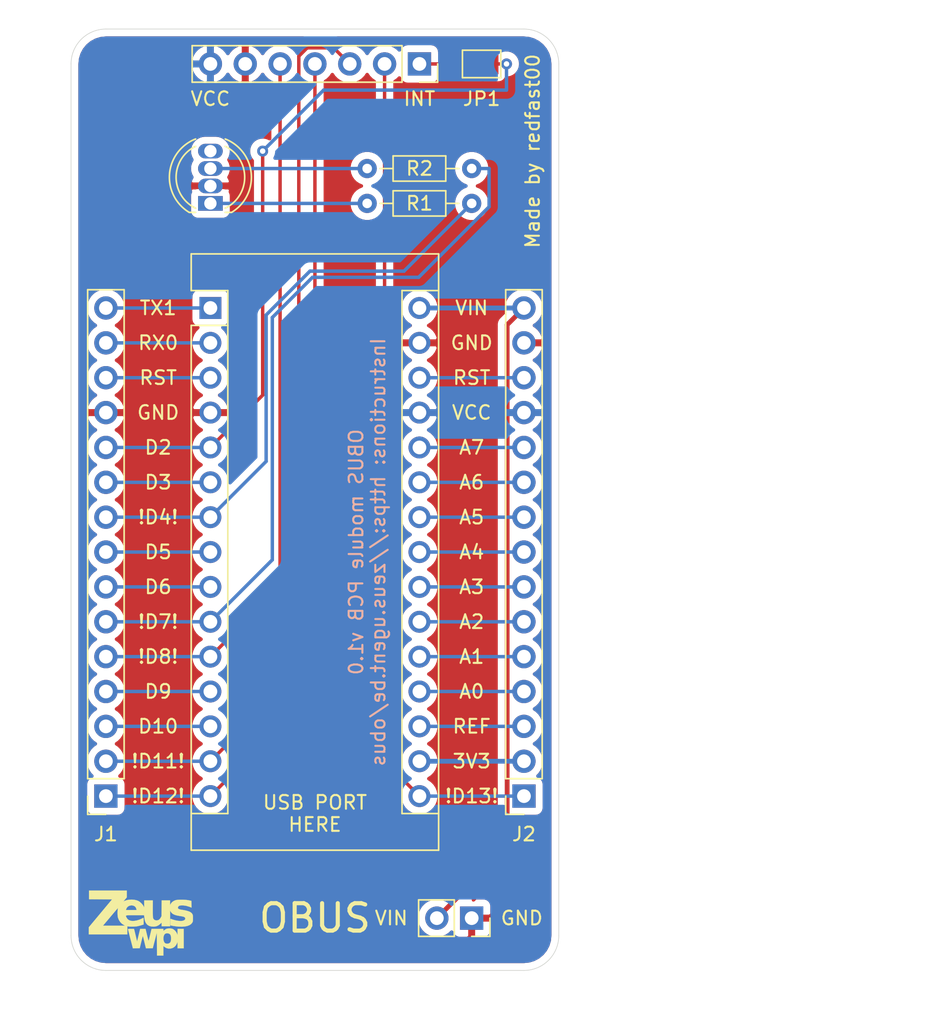
<source format=kicad_pcb>
(kicad_pcb (version 20171130) (host pcbnew 5.1.9)

  (general
    (thickness 1.6)
    (drawings 47)
    (tracks 64)
    (zones 0)
    (modules 10)
    (nets 33)
  )

  (page A4)
  (layers
    (0 F.Cu signal)
    (31 B.Cu signal)
    (32 B.Adhes user)
    (33 F.Adhes user)
    (34 B.Paste user)
    (35 F.Paste user)
    (36 B.SilkS user)
    (37 F.SilkS user)
    (38 B.Mask user)
    (39 F.Mask user)
    (40 Dwgs.User user)
    (41 Cmts.User user)
    (42 Eco1.User user)
    (43 Eco2.User user)
    (44 Edge.Cuts user)
    (45 Margin user)
    (46 B.CrtYd user)
    (47 F.CrtYd user)
    (48 B.Fab user)
    (49 F.Fab user)
  )

  (setup
    (last_trace_width 0.25)
    (trace_clearance 0.2)
    (zone_clearance 0.508)
    (zone_45_only no)
    (trace_min 0.2)
    (via_size 0.8)
    (via_drill 0.4)
    (via_min_size 0.4)
    (via_min_drill 0.3)
    (uvia_size 0.3)
    (uvia_drill 0.1)
    (uvias_allowed no)
    (uvia_min_size 0.2)
    (uvia_min_drill 0.1)
    (edge_width 0.05)
    (segment_width 0.2)
    (pcb_text_width 0.3)
    (pcb_text_size 1.5 1.5)
    (mod_edge_width 0.12)
    (mod_text_size 1 1)
    (mod_text_width 0.15)
    (pad_size 1.524 1.524)
    (pad_drill 0.762)
    (pad_to_mask_clearance 0)
    (aux_axis_origin 0 0)
    (visible_elements FFFFFF7F)
    (pcbplotparams
      (layerselection 0x010fc_ffffffff)
      (usegerberextensions false)
      (usegerberattributes true)
      (usegerberadvancedattributes true)
      (creategerberjobfile true)
      (excludeedgelayer true)
      (linewidth 0.100000)
      (plotframeref false)
      (viasonmask false)
      (mode 1)
      (useauxorigin false)
      (hpglpennumber 1)
      (hpglpenspeed 20)
      (hpglpendiameter 15.000000)
      (psnegative false)
      (psa4output false)
      (plotreference true)
      (plotvalue true)
      (plotinvisibletext false)
      (padsonsilk false)
      (subtractmaskfromsilk false)
      (outputformat 1)
      (mirror false)
      (drillshape 1)
      (scaleselection 1)
      (outputdirectory ""))
  )

  (net 0 "")
  (net 1 "Net-(A1-Pad1)")
  (net 2 +3V3)
  (net 3 "Net-(A1-Pad2)")
  (net 4 "Net-(A1-Pad18)")
  (net 5 "Net-(A1-Pad3)")
  (net 6 "Net-(A1-Pad19)")
  (net 7 GND)
  (net 8 "Net-(A1-Pad20)")
  (net 9 "Net-(A1-Pad5)")
  (net 10 "Net-(A1-Pad21)")
  (net 11 "Net-(A1-Pad6)")
  (net 12 "Net-(A1-Pad22)")
  (net 13 "Net-(A1-Pad7)")
  (net 14 "Net-(A1-Pad23)")
  (net 15 "Net-(A1-Pad8)")
  (net 16 "Net-(A1-Pad24)")
  (net 17 "Net-(A1-Pad9)")
  (net 18 "Net-(A1-Pad25)")
  (net 19 "Net-(A1-Pad10)")
  (net 20 "Net-(A1-Pad26)")
  (net 21 "Net-(A1-Pad11)")
  (net 22 VCC)
  (net 23 "Net-(A1-Pad12)")
  (net 24 "Net-(A1-Pad28)")
  (net 25 "Net-(A1-Pad13)")
  (net 26 "Net-(A1-Pad14)")
  (net 27 +5V)
  (net 28 "Net-(A1-Pad15)")
  (net 29 "Net-(A1-Pad16)")
  (net 30 "Net-(D1-Pad1)")
  (net 31 "Net-(D1-Pad3)")
  (net 32 "Net-(J4-Pad1)")

  (net_class Default "This is the default net class."
    (clearance 0.2)
    (trace_width 0.25)
    (via_dia 0.8)
    (via_drill 0.4)
    (uvia_dia 0.3)
    (uvia_drill 0.1)
    (add_net "Net-(A1-Pad1)")
    (add_net "Net-(A1-Pad10)")
    (add_net "Net-(A1-Pad11)")
    (add_net "Net-(A1-Pad12)")
    (add_net "Net-(A1-Pad13)")
    (add_net "Net-(A1-Pad14)")
    (add_net "Net-(A1-Pad15)")
    (add_net "Net-(A1-Pad16)")
    (add_net "Net-(A1-Pad18)")
    (add_net "Net-(A1-Pad19)")
    (add_net "Net-(A1-Pad2)")
    (add_net "Net-(A1-Pad20)")
    (add_net "Net-(A1-Pad21)")
    (add_net "Net-(A1-Pad22)")
    (add_net "Net-(A1-Pad23)")
    (add_net "Net-(A1-Pad24)")
    (add_net "Net-(A1-Pad25)")
    (add_net "Net-(A1-Pad26)")
    (add_net "Net-(A1-Pad28)")
    (add_net "Net-(A1-Pad3)")
    (add_net "Net-(A1-Pad5)")
    (add_net "Net-(A1-Pad6)")
    (add_net "Net-(A1-Pad7)")
    (add_net "Net-(A1-Pad8)")
    (add_net "Net-(A1-Pad9)")
    (add_net "Net-(D1-Pad1)")
    (add_net "Net-(D1-Pad3)")
    (add_net "Net-(J4-Pad1)")
  )

  (net_class Power ""
    (clearance 0.2)
    (trace_width 0.35)
    (via_dia 0.8)
    (via_drill 0.4)
    (uvia_dia 0.3)
    (uvia_drill 0.1)
    (add_net +3V3)
    (add_net +5V)
    (add_net GND)
    (add_net VCC)
  )

  (module Module:Arduino_Nano (layer F.Cu) (tedit 58ACAF70) (tstamp 600F913C)
    (at 50.8 48.26)
    (descr "Arduino Nano, http://www.mouser.com/pdfdocs/Gravitech_Arduino_Nano3_0.pdf")
    (tags "Arduino Nano")
    (path /600ED8F8)
    (fp_text reference A1 (at 8.89 -5.08) (layer F.SilkS) hide
      (effects (font (size 1 1) (thickness 0.15)))
    )
    (fp_text value Arduino_Nano_v3.x (at 7.62 38.1 180) (layer F.Fab)
      (effects (font (size 1 1) (thickness 0.15)))
    )
    (fp_line (start 16.75 42.16) (end -1.53 42.16) (layer F.CrtYd) (width 0.05))
    (fp_line (start 16.75 42.16) (end 16.75 -4.06) (layer F.CrtYd) (width 0.05))
    (fp_line (start -1.53 -4.06) (end -1.53 42.16) (layer F.CrtYd) (width 0.05))
    (fp_line (start -1.53 -4.06) (end 16.75 -4.06) (layer F.CrtYd) (width 0.05))
    (fp_line (start 16.51 -3.81) (end 16.51 39.37) (layer F.Fab) (width 0.1))
    (fp_line (start 0 -3.81) (end 16.51 -3.81) (layer F.Fab) (width 0.1))
    (fp_line (start -1.27 -2.54) (end 0 -3.81) (layer F.Fab) (width 0.1))
    (fp_line (start -1.27 39.37) (end -1.27 -2.54) (layer F.Fab) (width 0.1))
    (fp_line (start 16.51 39.37) (end -1.27 39.37) (layer F.Fab) (width 0.1))
    (fp_line (start 16.64 -3.94) (end -1.4 -3.94) (layer F.SilkS) (width 0.12))
    (fp_line (start 16.64 39.5) (end 16.64 -3.94) (layer F.SilkS) (width 0.12))
    (fp_line (start -1.4 39.5) (end 16.64 39.5) (layer F.SilkS) (width 0.12))
    (fp_line (start 3.81 41.91) (end 3.81 31.75) (layer F.Fab) (width 0.1))
    (fp_line (start 11.43 41.91) (end 3.81 41.91) (layer F.Fab) (width 0.1))
    (fp_line (start 11.43 31.75) (end 11.43 41.91) (layer F.Fab) (width 0.1))
    (fp_line (start 3.81 31.75) (end 11.43 31.75) (layer F.Fab) (width 0.1))
    (fp_line (start 1.27 36.83) (end -1.4 36.83) (layer F.SilkS) (width 0.12))
    (fp_line (start 1.27 1.27) (end 1.27 36.83) (layer F.SilkS) (width 0.12))
    (fp_line (start 1.27 1.27) (end -1.4 1.27) (layer F.SilkS) (width 0.12))
    (fp_line (start 13.97 36.83) (end 16.64 36.83) (layer F.SilkS) (width 0.12))
    (fp_line (start 13.97 -1.27) (end 13.97 36.83) (layer F.SilkS) (width 0.12))
    (fp_line (start 13.97 -1.27) (end 16.64 -1.27) (layer F.SilkS) (width 0.12))
    (fp_line (start -1.4 -3.94) (end -1.4 -1.27) (layer F.SilkS) (width 0.12))
    (fp_line (start -1.4 1.27) (end -1.4 39.5) (layer F.SilkS) (width 0.12))
    (fp_line (start 1.27 -1.27) (end -1.4 -1.27) (layer F.SilkS) (width 0.12))
    (fp_line (start 1.27 1.27) (end 1.27 -1.27) (layer F.SilkS) (width 0.12))
    (pad 1 thru_hole rect (at 0 0) (size 1.6 1.6) (drill 1) (layers *.Cu *.Mask)
      (net 1 "Net-(A1-Pad1)"))
    (pad 17 thru_hole oval (at 15.24 33.02) (size 1.6 1.6) (drill 1) (layers *.Cu *.Mask)
      (net 2 +3V3))
    (pad 2 thru_hole oval (at 0 2.54) (size 1.6 1.6) (drill 1) (layers *.Cu *.Mask)
      (net 3 "Net-(A1-Pad2)"))
    (pad 18 thru_hole oval (at 15.24 30.48) (size 1.6 1.6) (drill 1) (layers *.Cu *.Mask)
      (net 4 "Net-(A1-Pad18)"))
    (pad 3 thru_hole oval (at 0 5.08) (size 1.6 1.6) (drill 1) (layers *.Cu *.Mask)
      (net 5 "Net-(A1-Pad3)"))
    (pad 19 thru_hole oval (at 15.24 27.94) (size 1.6 1.6) (drill 1) (layers *.Cu *.Mask)
      (net 6 "Net-(A1-Pad19)"))
    (pad 4 thru_hole oval (at 0 7.62) (size 1.6 1.6) (drill 1) (layers *.Cu *.Mask)
      (net 7 GND))
    (pad 20 thru_hole oval (at 15.24 25.4) (size 1.6 1.6) (drill 1) (layers *.Cu *.Mask)
      (net 8 "Net-(A1-Pad20)"))
    (pad 5 thru_hole oval (at 0 10.16) (size 1.6 1.6) (drill 1) (layers *.Cu *.Mask)
      (net 9 "Net-(A1-Pad5)"))
    (pad 21 thru_hole oval (at 15.24 22.86) (size 1.6 1.6) (drill 1) (layers *.Cu *.Mask)
      (net 10 "Net-(A1-Pad21)"))
    (pad 6 thru_hole oval (at 0 12.7) (size 1.6 1.6) (drill 1) (layers *.Cu *.Mask)
      (net 11 "Net-(A1-Pad6)"))
    (pad 22 thru_hole oval (at 15.24 20.32) (size 1.6 1.6) (drill 1) (layers *.Cu *.Mask)
      (net 12 "Net-(A1-Pad22)"))
    (pad 7 thru_hole oval (at 0 15.24) (size 1.6 1.6) (drill 1) (layers *.Cu *.Mask)
      (net 13 "Net-(A1-Pad7)"))
    (pad 23 thru_hole oval (at 15.24 17.78) (size 1.6 1.6) (drill 1) (layers *.Cu *.Mask)
      (net 14 "Net-(A1-Pad23)"))
    (pad 8 thru_hole oval (at 0 17.78) (size 1.6 1.6) (drill 1) (layers *.Cu *.Mask)
      (net 15 "Net-(A1-Pad8)"))
    (pad 24 thru_hole oval (at 15.24 15.24) (size 1.6 1.6) (drill 1) (layers *.Cu *.Mask)
      (net 16 "Net-(A1-Pad24)"))
    (pad 9 thru_hole oval (at 0 20.32) (size 1.6 1.6) (drill 1) (layers *.Cu *.Mask)
      (net 17 "Net-(A1-Pad9)"))
    (pad 25 thru_hole oval (at 15.24 12.7) (size 1.6 1.6) (drill 1) (layers *.Cu *.Mask)
      (net 18 "Net-(A1-Pad25)"))
    (pad 10 thru_hole oval (at 0 22.86) (size 1.6 1.6) (drill 1) (layers *.Cu *.Mask)
      (net 19 "Net-(A1-Pad10)"))
    (pad 26 thru_hole oval (at 15.24 10.16) (size 1.6 1.6) (drill 1) (layers *.Cu *.Mask)
      (net 20 "Net-(A1-Pad26)"))
    (pad 11 thru_hole oval (at 0 25.4) (size 1.6 1.6) (drill 1) (layers *.Cu *.Mask)
      (net 21 "Net-(A1-Pad11)"))
    (pad 27 thru_hole oval (at 15.24 7.62) (size 1.6 1.6) (drill 1) (layers *.Cu *.Mask)
      (net 22 VCC))
    (pad 12 thru_hole oval (at 0 27.94) (size 1.6 1.6) (drill 1) (layers *.Cu *.Mask)
      (net 23 "Net-(A1-Pad12)"))
    (pad 28 thru_hole oval (at 15.24 5.08) (size 1.6 1.6) (drill 1) (layers *.Cu *.Mask)
      (net 24 "Net-(A1-Pad28)"))
    (pad 13 thru_hole oval (at 0 30.48) (size 1.6 1.6) (drill 1) (layers *.Cu *.Mask)
      (net 25 "Net-(A1-Pad13)"))
    (pad 29 thru_hole oval (at 15.24 2.54) (size 1.6 1.6) (drill 1) (layers *.Cu *.Mask)
      (net 7 GND))
    (pad 14 thru_hole oval (at 0 33.02) (size 1.6 1.6) (drill 1) (layers *.Cu *.Mask)
      (net 26 "Net-(A1-Pad14)"))
    (pad 30 thru_hole oval (at 15.24 0) (size 1.6 1.6) (drill 1) (layers *.Cu *.Mask)
      (net 27 +5V))
    (pad 15 thru_hole oval (at 0 35.56) (size 1.6 1.6) (drill 1) (layers *.Cu *.Mask)
      (net 28 "Net-(A1-Pad15)"))
    (pad 16 thru_hole oval (at 15.24 35.56) (size 1.6 1.6) (drill 1) (layers *.Cu *.Mask)
      (net 29 "Net-(A1-Pad16)"))
    (model ${KISYS3DMOD}/Module.3dshapes/Arduino_Nano_WithMountingHoles.wrl
      (at (xyz 0 0 0))
      (scale (xyz 1 1 1))
      (rotate (xyz 0 0 0))
    )
  )

  (module LED_THT:LED_D5.0mm-4_RGB (layer F.Cu) (tedit 5B74EEBE) (tstamp 600F9152)
    (at 50.8 40.64 90)
    (descr "LED, diameter 5.0mm, 2 pins, diameter 5.0mm, 3 pins, diameter 5.0mm, 4 pins, http://www.kingbright.com/attachments/file/psearch/000/00/00/L-154A4SUREQBFZGEW(Ver.9A).pdf")
    (tags "LED diameter 5.0mm 2 pins diameter 5.0mm 3 pins diameter 5.0mm 4 pins RGB RGBLED")
    (path /600F1EA5)
    (fp_text reference D1 (at 1.905 -4.445 180) (layer F.SilkS) hide
      (effects (font (size 1 1) (thickness 0.15)))
    )
    (fp_text value LED_RCGB (at 1.905 3.96 90) (layer F.Fab)
      (effects (font (size 1 1) (thickness 0.15)))
    )
    (fp_line (start 5.15 -3.25) (end -1.35 -3.25) (layer F.CrtYd) (width 0.05))
    (fp_line (start 5.15 3.25) (end 5.15 -3.25) (layer F.CrtYd) (width 0.05))
    (fp_line (start -1.35 3.25) (end 5.15 3.25) (layer F.CrtYd) (width 0.05))
    (fp_line (start -1.35 -3.25) (end -1.35 3.25) (layer F.CrtYd) (width 0.05))
    (fp_line (start -0.655 1.08) (end -0.655 1.545) (layer F.SilkS) (width 0.12))
    (fp_line (start -0.655 -1.545) (end -0.655 -1.08) (layer F.SilkS) (width 0.12))
    (fp_line (start -0.595 -1.469694) (end -0.595 1.469694) (layer F.Fab) (width 0.1))
    (fp_circle (center 1.905 0) (end 4.405 0) (layer F.Fab) (width 0.1))
    (fp_arc (start 1.905 0) (end -0.595 -1.469694) (angle 299.1) (layer F.Fab) (width 0.1))
    (fp_arc (start 1.905 0) (end -0.655 -1.54483) (angle 127.7) (layer F.SilkS) (width 0.12))
    (fp_arc (start 1.905 0) (end -0.655 1.54483) (angle -127.7) (layer F.SilkS) (width 0.12))
    (fp_arc (start 1.905 0) (end -0.349684 -1.08) (angle 128.8) (layer F.SilkS) (width 0.12))
    (fp_arc (start 1.905 0) (end -0.349684 1.08) (angle -128.8) (layer F.SilkS) (width 0.12))
    (pad 1 thru_hole rect (at 0 0 90) (size 1.07 1.8) (drill 0.9) (layers *.Cu *.Mask)
      (net 30 "Net-(D1-Pad1)"))
    (pad 2 thru_hole oval (at 1.27 0 90) (size 1.07 1.8) (drill 0.9) (layers *.Cu *.Mask)
      (net 7 GND))
    (pad 3 thru_hole oval (at 2.54 0 90) (size 1.07 1.8) (drill 0.9) (layers *.Cu *.Mask)
      (net 31 "Net-(D1-Pad3)"))
    (pad 4 thru_hole oval (at 3.81 0 90) (size 1.07 1.8) (drill 0.9) (layers *.Cu *.Mask))
    (model ${KISYS3DMOD}/LED_THT.3dshapes/LED_D5.0mm-4_RGB.wrl
      (at (xyz 0 0 0))
      (scale (xyz 1 1 1))
      (rotate (xyz 0 0 0))
    )
  )

  (module Resistor_THT:R_Axial_DIN0204_L3.6mm_D1.6mm_P7.62mm_Horizontal (layer F.Cu) (tedit 5AE5139B) (tstamp 600F9337)
    (at 62.23 40.64)
    (descr "Resistor, Axial_DIN0204 series, Axial, Horizontal, pin pitch=7.62mm, 0.167W, length*diameter=3.6*1.6mm^2, http://cdn-reichelt.de/documents/datenblatt/B400/1_4W%23YAG.pdf")
    (tags "Resistor Axial_DIN0204 series Axial Horizontal pin pitch 7.62mm 0.167W length 3.6mm diameter 1.6mm")
    (path /600F0580)
    (fp_text reference R1 (at 3.81 0) (layer F.SilkS)
      (effects (font (size 1 1) (thickness 0.15)))
    )
    (fp_text value 330 (at 3.81 1.92) (layer F.Fab)
      (effects (font (size 1 1) (thickness 0.15)))
    )
    (fp_line (start 2.01 -0.8) (end 2.01 0.8) (layer F.Fab) (width 0.1))
    (fp_line (start 2.01 0.8) (end 5.61 0.8) (layer F.Fab) (width 0.1))
    (fp_line (start 5.61 0.8) (end 5.61 -0.8) (layer F.Fab) (width 0.1))
    (fp_line (start 5.61 -0.8) (end 2.01 -0.8) (layer F.Fab) (width 0.1))
    (fp_line (start 0 0) (end 2.01 0) (layer F.Fab) (width 0.1))
    (fp_line (start 7.62 0) (end 5.61 0) (layer F.Fab) (width 0.1))
    (fp_line (start 1.89 -0.92) (end 1.89 0.92) (layer F.SilkS) (width 0.12))
    (fp_line (start 1.89 0.92) (end 5.73 0.92) (layer F.SilkS) (width 0.12))
    (fp_line (start 5.73 0.92) (end 5.73 -0.92) (layer F.SilkS) (width 0.12))
    (fp_line (start 5.73 -0.92) (end 1.89 -0.92) (layer F.SilkS) (width 0.12))
    (fp_line (start 0.94 0) (end 1.89 0) (layer F.SilkS) (width 0.12))
    (fp_line (start 6.68 0) (end 5.73 0) (layer F.SilkS) (width 0.12))
    (fp_line (start -0.95 -1.05) (end -0.95 1.05) (layer F.CrtYd) (width 0.05))
    (fp_line (start -0.95 1.05) (end 8.57 1.05) (layer F.CrtYd) (width 0.05))
    (fp_line (start 8.57 1.05) (end 8.57 -1.05) (layer F.CrtYd) (width 0.05))
    (fp_line (start 8.57 -1.05) (end -0.95 -1.05) (layer F.CrtYd) (width 0.05))
    (fp_text user %R (at 3.81 0) (layer F.Fab)
      (effects (font (size 0.72 0.72) (thickness 0.108)))
    )
    (pad 2 thru_hole oval (at 7.62 0) (size 1.4 1.4) (drill 0.7) (layers *.Cu *.Mask)
      (net 13 "Net-(A1-Pad7)"))
    (pad 1 thru_hole circle (at 0 0) (size 1.4 1.4) (drill 0.7) (layers *.Cu *.Mask)
      (net 30 "Net-(D1-Pad1)"))
    (model ${KISYS3DMOD}/Resistor_THT.3dshapes/R_Axial_DIN0204_L3.6mm_D1.6mm_P7.62mm_Horizontal.wrl
      (at (xyz 0 0 0))
      (scale (xyz 1 1 1))
      (rotate (xyz 0 0 0))
    )
  )

  (module Resistor_THT:R_Axial_DIN0204_L3.6mm_D1.6mm_P7.62mm_Horizontal (layer F.Cu) (tedit 5AE5139B) (tstamp 600F934E)
    (at 62.23 38.1)
    (descr "Resistor, Axial_DIN0204 series, Axial, Horizontal, pin pitch=7.62mm, 0.167W, length*diameter=3.6*1.6mm^2, http://cdn-reichelt.de/documents/datenblatt/B400/1_4W%23YAG.pdf")
    (tags "Resistor Axial_DIN0204 series Axial Horizontal pin pitch 7.62mm 0.167W length 3.6mm diameter 1.6mm")
    (path /600F00A2)
    (fp_text reference R2 (at 3.81 0) (layer F.SilkS)
      (effects (font (size 1 1) (thickness 0.15)))
    )
    (fp_text value 330 (at 3.81 -1.905) (layer F.Fab)
      (effects (font (size 1 1) (thickness 0.15)))
    )
    (fp_line (start 8.57 -1.05) (end -0.95 -1.05) (layer F.CrtYd) (width 0.05))
    (fp_line (start 8.57 1.05) (end 8.57 -1.05) (layer F.CrtYd) (width 0.05))
    (fp_line (start -0.95 1.05) (end 8.57 1.05) (layer F.CrtYd) (width 0.05))
    (fp_line (start -0.95 -1.05) (end -0.95 1.05) (layer F.CrtYd) (width 0.05))
    (fp_line (start 6.68 0) (end 5.73 0) (layer F.SilkS) (width 0.12))
    (fp_line (start 0.94 0) (end 1.89 0) (layer F.SilkS) (width 0.12))
    (fp_line (start 5.73 -0.92) (end 1.89 -0.92) (layer F.SilkS) (width 0.12))
    (fp_line (start 5.73 0.92) (end 5.73 -0.92) (layer F.SilkS) (width 0.12))
    (fp_line (start 1.89 0.92) (end 5.73 0.92) (layer F.SilkS) (width 0.12))
    (fp_line (start 1.89 -0.92) (end 1.89 0.92) (layer F.SilkS) (width 0.12))
    (fp_line (start 7.62 0) (end 5.61 0) (layer F.Fab) (width 0.1))
    (fp_line (start 0 0) (end 2.01 0) (layer F.Fab) (width 0.1))
    (fp_line (start 5.61 -0.8) (end 2.01 -0.8) (layer F.Fab) (width 0.1))
    (fp_line (start 5.61 0.8) (end 5.61 -0.8) (layer F.Fab) (width 0.1))
    (fp_line (start 2.01 0.8) (end 5.61 0.8) (layer F.Fab) (width 0.1))
    (fp_line (start 2.01 -0.8) (end 2.01 0.8) (layer F.Fab) (width 0.1))
    (fp_text user %R (at 3.81 0) (layer F.Fab)
      (effects (font (size 0.72 0.72) (thickness 0.108)))
    )
    (pad 1 thru_hole circle (at 0 0) (size 1.4 1.4) (drill 0.7) (layers *.Cu *.Mask)
      (net 31 "Net-(D1-Pad3)"))
    (pad 2 thru_hole oval (at 7.62 0) (size 1.4 1.4) (drill 0.7) (layers *.Cu *.Mask)
      (net 19 "Net-(A1-Pad10)"))
    (model ${KISYS3DMOD}/Resistor_THT.3dshapes/R_Axial_DIN0204_L3.6mm_D1.6mm_P7.62mm_Horizontal.wrl
      (at (xyz 0 0 0))
      (scale (xyz 1 1 1))
      (rotate (xyz 0 0 0))
    )
  )

  (module Connector_PinSocket_2.54mm:PinSocket_1x07_P2.54mm_Vertical (layer F.Cu) (tedit 5A19A433) (tstamp 600FAA79)
    (at 66.04 30.48 270)
    (descr "Through hole straight socket strip, 1x07, 2.54mm pitch, single row (from Kicad 4.0.7), script generated")
    (tags "Through hole socket strip THT 1x07 2.54mm single row")
    (path /60215342)
    (fp_text reference J4 (at 0 19.685) (layer F.SilkS) hide
      (effects (font (size 1 1) (thickness 0.15)))
    )
    (fp_text value Conn_01x07_Female (at -3.81 10.16 180) (layer F.Fab)
      (effects (font (size 1 1) (thickness 0.15)))
    )
    (fp_line (start -1.27 -1.27) (end 0.635 -1.27) (layer F.Fab) (width 0.1))
    (fp_line (start 0.635 -1.27) (end 1.27 -0.635) (layer F.Fab) (width 0.1))
    (fp_line (start 1.27 -0.635) (end 1.27 16.51) (layer F.Fab) (width 0.1))
    (fp_line (start 1.27 16.51) (end -1.27 16.51) (layer F.Fab) (width 0.1))
    (fp_line (start -1.27 16.51) (end -1.27 -1.27) (layer F.Fab) (width 0.1))
    (fp_line (start -1.33 1.27) (end 1.33 1.27) (layer F.SilkS) (width 0.12))
    (fp_line (start -1.33 1.27) (end -1.33 16.57) (layer F.SilkS) (width 0.12))
    (fp_line (start -1.33 16.57) (end 1.33 16.57) (layer F.SilkS) (width 0.12))
    (fp_line (start 1.33 1.27) (end 1.33 16.57) (layer F.SilkS) (width 0.12))
    (fp_line (start 1.33 -1.33) (end 1.33 0) (layer F.SilkS) (width 0.12))
    (fp_line (start 0 -1.33) (end 1.33 -1.33) (layer F.SilkS) (width 0.12))
    (fp_line (start -1.8 -1.8) (end 1.75 -1.8) (layer F.CrtYd) (width 0.05))
    (fp_line (start 1.75 -1.8) (end 1.75 17) (layer F.CrtYd) (width 0.05))
    (fp_line (start 1.75 17) (end -1.8 17) (layer F.CrtYd) (width 0.05))
    (fp_line (start -1.8 17) (end -1.8 -1.8) (layer F.CrtYd) (width 0.05))
    (fp_text user %R (at 0 7.62) (layer F.Fab)
      (effects (font (size 1 1) (thickness 0.15)))
    )
    (pad 1 thru_hole rect (at 0 0 270) (size 1.7 1.7) (drill 1) (layers *.Cu *.Mask)
      (net 32 "Net-(J4-Pad1)"))
    (pad 2 thru_hole oval (at 0 2.54 270) (size 1.7 1.7) (drill 1) (layers *.Cu *.Mask)
      (net 29 "Net-(A1-Pad16)"))
    (pad 3 thru_hole oval (at 0 5.08 270) (size 1.7 1.7) (drill 1) (layers *.Cu *.Mask)
      (net 26 "Net-(A1-Pad14)"))
    (pad 4 thru_hole oval (at 0 7.62 270) (size 1.7 1.7) (drill 1) (layers *.Cu *.Mask)
      (net 28 "Net-(A1-Pad15)"))
    (pad 5 thru_hole oval (at 0 10.16 270) (size 1.7 1.7) (drill 1) (layers *.Cu *.Mask)
      (net 21 "Net-(A1-Pad11)"))
    (pad 6 thru_hole oval (at 0 12.7 270) (size 1.7 1.7) (drill 1) (layers *.Cu *.Mask)
      (net 7 GND))
    (pad 7 thru_hole oval (at 0 15.24 270) (size 1.7 1.7) (drill 1) (layers *.Cu *.Mask)
      (net 22 VCC))
    (model ${KISYS3DMOD}/Connector_PinSocket_2.54mm.3dshapes/PinSocket_1x07_P2.54mm_Vertical.wrl
      (at (xyz 0 0 0))
      (scale (xyz 1 1 1))
      (rotate (xyz 0 0 0))
    )
  )

  (module Jumper:SolderJumper-2_P1.3mm_Open_TrianglePad1.0x1.5mm (layer F.Cu) (tedit 5A64794F) (tstamp 60102BC3)
    (at 70.575 30.48 180)
    (descr "SMD Solder Jumper, 1x1.5mm Triangular Pads, 0.3mm gap, open")
    (tags "solder jumper open")
    (path /602581FC)
    (attr virtual)
    (fp_text reference JP1 (at 0 -2.54) (layer F.SilkS)
      (effects (font (size 1 1) (thickness 0.15)))
    )
    (fp_text value Jumper_NO_Small (at -4.355 3.81) (layer F.Fab)
      (effects (font (size 1 1) (thickness 0.15)))
    )
    (fp_line (start -1.4 1) (end -1.4 -1) (layer F.SilkS) (width 0.12))
    (fp_line (start 1.4 1) (end -1.4 1) (layer F.SilkS) (width 0.12))
    (fp_line (start 1.4 -1) (end 1.4 1) (layer F.SilkS) (width 0.12))
    (fp_line (start -1.4 -1) (end 1.4 -1) (layer F.SilkS) (width 0.12))
    (fp_line (start -1.65 -1.25) (end 1.65 -1.25) (layer F.CrtYd) (width 0.05))
    (fp_line (start -1.65 -1.25) (end -1.65 1.25) (layer F.CrtYd) (width 0.05))
    (fp_line (start 1.65 1.25) (end 1.65 -1.25) (layer F.CrtYd) (width 0.05))
    (fp_line (start 1.65 1.25) (end -1.65 1.25) (layer F.CrtYd) (width 0.05))
    (pad 2 smd custom (at 0.725 0 180) (size 0.3 0.3) (layers F.Cu F.Mask)
      (net 32 "Net-(J4-Pad1)") (zone_connect 2)
      (options (clearance outline) (anchor rect))
      (primitives
        (gr_poly (pts
           (xy -0.65 -0.75) (xy 0.5 -0.75) (xy 0.5 0.75) (xy -0.65 0.75) (xy -0.15 0)
) (width 0))
      ))
    (pad 1 smd custom (at -0.725 0 180) (size 0.3 0.3) (layers F.Cu F.Mask)
      (net 9 "Net-(A1-Pad5)") (zone_connect 2)
      (options (clearance outline) (anchor rect))
      (primitives
        (gr_poly (pts
           (xy -0.5 -0.75) (xy 0.5 -0.75) (xy 1 0) (xy 0.5 0.75) (xy -0.5 0.75)
) (width 0))
      ))
  )

  (module Connector_PinSocket_2.54mm:PinSocket_1x15_P2.54mm_Vertical (layer F.Cu) (tedit 5A19A41D) (tstamp 60105B8F)
    (at 43.18 83.82 180)
    (descr "Through hole straight socket strip, 1x15, 2.54mm pitch, single row (from Kicad 4.0.7), script generated")
    (tags "Through hole socket strip THT 1x15 2.54mm single row")
    (path /601001CE)
    (fp_text reference J1 (at 0 -2.77) (layer F.SilkS)
      (effects (font (size 1 1) (thickness 0.15)))
    )
    (fp_text value Conn_01x15_Female (at 0 38.33) (layer F.Fab)
      (effects (font (size 1 1) (thickness 0.15)))
    )
    (fp_text user %R (at 0 17.78 90) (layer F.Fab)
      (effects (font (size 1 1) (thickness 0.15)))
    )
    (fp_line (start -1.27 -1.27) (end 0.635 -1.27) (layer F.Fab) (width 0.1))
    (fp_line (start 0.635 -1.27) (end 1.27 -0.635) (layer F.Fab) (width 0.1))
    (fp_line (start 1.27 -0.635) (end 1.27 36.83) (layer F.Fab) (width 0.1))
    (fp_line (start 1.27 36.83) (end -1.27 36.83) (layer F.Fab) (width 0.1))
    (fp_line (start -1.27 36.83) (end -1.27 -1.27) (layer F.Fab) (width 0.1))
    (fp_line (start -1.33 1.27) (end 1.33 1.27) (layer F.SilkS) (width 0.12))
    (fp_line (start -1.33 1.27) (end -1.33 36.89) (layer F.SilkS) (width 0.12))
    (fp_line (start -1.33 36.89) (end 1.33 36.89) (layer F.SilkS) (width 0.12))
    (fp_line (start 1.33 1.27) (end 1.33 36.89) (layer F.SilkS) (width 0.12))
    (fp_line (start 1.33 -1.33) (end 1.33 0) (layer F.SilkS) (width 0.12))
    (fp_line (start 0 -1.33) (end 1.33 -1.33) (layer F.SilkS) (width 0.12))
    (fp_line (start -1.8 -1.8) (end 1.75 -1.8) (layer F.CrtYd) (width 0.05))
    (fp_line (start 1.75 -1.8) (end 1.75 37.3) (layer F.CrtYd) (width 0.05))
    (fp_line (start 1.75 37.3) (end -1.8 37.3) (layer F.CrtYd) (width 0.05))
    (fp_line (start -1.8 37.3) (end -1.8 -1.8) (layer F.CrtYd) (width 0.05))
    (pad 15 thru_hole oval (at 0 35.56 180) (size 1.7 1.7) (drill 1) (layers *.Cu *.Mask)
      (net 1 "Net-(A1-Pad1)"))
    (pad 14 thru_hole oval (at 0 33.02 180) (size 1.7 1.7) (drill 1) (layers *.Cu *.Mask)
      (net 3 "Net-(A1-Pad2)"))
    (pad 13 thru_hole oval (at 0 30.48 180) (size 1.7 1.7) (drill 1) (layers *.Cu *.Mask)
      (net 5 "Net-(A1-Pad3)"))
    (pad 12 thru_hole oval (at 0 27.94 180) (size 1.7 1.7) (drill 1) (layers *.Cu *.Mask)
      (net 7 GND))
    (pad 11 thru_hole oval (at 0 25.4 180) (size 1.7 1.7) (drill 1) (layers *.Cu *.Mask)
      (net 9 "Net-(A1-Pad5)"))
    (pad 10 thru_hole oval (at 0 22.86 180) (size 1.7 1.7) (drill 1) (layers *.Cu *.Mask)
      (net 11 "Net-(A1-Pad6)"))
    (pad 9 thru_hole oval (at 0 20.32 180) (size 1.7 1.7) (drill 1) (layers *.Cu *.Mask)
      (net 13 "Net-(A1-Pad7)"))
    (pad 8 thru_hole oval (at 0 17.78 180) (size 1.7 1.7) (drill 1) (layers *.Cu *.Mask)
      (net 15 "Net-(A1-Pad8)"))
    (pad 7 thru_hole oval (at 0 15.24 180) (size 1.7 1.7) (drill 1) (layers *.Cu *.Mask)
      (net 17 "Net-(A1-Pad9)"))
    (pad 6 thru_hole oval (at 0 12.7 180) (size 1.7 1.7) (drill 1) (layers *.Cu *.Mask)
      (net 19 "Net-(A1-Pad10)"))
    (pad 5 thru_hole oval (at 0 10.16 180) (size 1.7 1.7) (drill 1) (layers *.Cu *.Mask)
      (net 21 "Net-(A1-Pad11)"))
    (pad 4 thru_hole oval (at 0 7.62 180) (size 1.7 1.7) (drill 1) (layers *.Cu *.Mask)
      (net 23 "Net-(A1-Pad12)"))
    (pad 3 thru_hole oval (at 0 5.08 180) (size 1.7 1.7) (drill 1) (layers *.Cu *.Mask)
      (net 25 "Net-(A1-Pad13)"))
    (pad 2 thru_hole oval (at 0 2.54 180) (size 1.7 1.7) (drill 1) (layers *.Cu *.Mask)
      (net 26 "Net-(A1-Pad14)"))
    (pad 1 thru_hole rect (at 0 0 180) (size 1.7 1.7) (drill 1) (layers *.Cu *.Mask)
      (net 28 "Net-(A1-Pad15)"))
    (model ${KISYS3DMOD}/Connector_PinSocket_2.54mm.3dshapes/PinSocket_1x15_P2.54mm_Vertical.wrl
      (at (xyz 0 0 0))
      (scale (xyz 1 1 1))
      (rotate (xyz 0 0 0))
    )
  )

  (module Connector_PinSocket_2.54mm:PinSocket_1x15_P2.54mm_Vertical (layer F.Cu) (tedit 5A19A41D) (tstamp 60105BB1)
    (at 73.66 83.82 180)
    (descr "Through hole straight socket strip, 1x15, 2.54mm pitch, single row (from Kicad 4.0.7), script generated")
    (tags "Through hole socket strip THT 1x15 2.54mm single row")
    (path /600FC1CE)
    (fp_text reference J2 (at 0 -2.77) (layer F.SilkS)
      (effects (font (size 1 1) (thickness 0.15)))
    )
    (fp_text value Conn_01x15_Female (at 0 38.33) (layer F.Fab)
      (effects (font (size 1 1) (thickness 0.15)))
    )
    (fp_line (start -1.8 37.3) (end -1.8 -1.8) (layer F.CrtYd) (width 0.05))
    (fp_line (start 1.75 37.3) (end -1.8 37.3) (layer F.CrtYd) (width 0.05))
    (fp_line (start 1.75 -1.8) (end 1.75 37.3) (layer F.CrtYd) (width 0.05))
    (fp_line (start -1.8 -1.8) (end 1.75 -1.8) (layer F.CrtYd) (width 0.05))
    (fp_line (start 0 -1.33) (end 1.33 -1.33) (layer F.SilkS) (width 0.12))
    (fp_line (start 1.33 -1.33) (end 1.33 0) (layer F.SilkS) (width 0.12))
    (fp_line (start 1.33 1.27) (end 1.33 36.89) (layer F.SilkS) (width 0.12))
    (fp_line (start -1.33 36.89) (end 1.33 36.89) (layer F.SilkS) (width 0.12))
    (fp_line (start -1.33 1.27) (end -1.33 36.89) (layer F.SilkS) (width 0.12))
    (fp_line (start -1.33 1.27) (end 1.33 1.27) (layer F.SilkS) (width 0.12))
    (fp_line (start -1.27 36.83) (end -1.27 -1.27) (layer F.Fab) (width 0.1))
    (fp_line (start 1.27 36.83) (end -1.27 36.83) (layer F.Fab) (width 0.1))
    (fp_line (start 1.27 -0.635) (end 1.27 36.83) (layer F.Fab) (width 0.1))
    (fp_line (start 0.635 -1.27) (end 1.27 -0.635) (layer F.Fab) (width 0.1))
    (fp_line (start -1.27 -1.27) (end 0.635 -1.27) (layer F.Fab) (width 0.1))
    (fp_text user %R (at 0 17.78 90) (layer F.Fab)
      (effects (font (size 1 1) (thickness 0.15)))
    )
    (pad 1 thru_hole rect (at 0 0 180) (size 1.7 1.7) (drill 1) (layers *.Cu *.Mask)
      (net 29 "Net-(A1-Pad16)"))
    (pad 2 thru_hole oval (at 0 2.54 180) (size 1.7 1.7) (drill 1) (layers *.Cu *.Mask)
      (net 2 +3V3))
    (pad 3 thru_hole oval (at 0 5.08 180) (size 1.7 1.7) (drill 1) (layers *.Cu *.Mask)
      (net 4 "Net-(A1-Pad18)"))
    (pad 4 thru_hole oval (at 0 7.62 180) (size 1.7 1.7) (drill 1) (layers *.Cu *.Mask)
      (net 6 "Net-(A1-Pad19)"))
    (pad 5 thru_hole oval (at 0 10.16 180) (size 1.7 1.7) (drill 1) (layers *.Cu *.Mask)
      (net 8 "Net-(A1-Pad20)"))
    (pad 6 thru_hole oval (at 0 12.7 180) (size 1.7 1.7) (drill 1) (layers *.Cu *.Mask)
      (net 10 "Net-(A1-Pad21)"))
    (pad 7 thru_hole oval (at 0 15.24 180) (size 1.7 1.7) (drill 1) (layers *.Cu *.Mask)
      (net 12 "Net-(A1-Pad22)"))
    (pad 8 thru_hole oval (at 0 17.78 180) (size 1.7 1.7) (drill 1) (layers *.Cu *.Mask)
      (net 14 "Net-(A1-Pad23)"))
    (pad 9 thru_hole oval (at 0 20.32 180) (size 1.7 1.7) (drill 1) (layers *.Cu *.Mask)
      (net 16 "Net-(A1-Pad24)"))
    (pad 10 thru_hole oval (at 0 22.86 180) (size 1.7 1.7) (drill 1) (layers *.Cu *.Mask)
      (net 18 "Net-(A1-Pad25)"))
    (pad 11 thru_hole oval (at 0 25.4 180) (size 1.7 1.7) (drill 1) (layers *.Cu *.Mask)
      (net 20 "Net-(A1-Pad26)"))
    (pad 12 thru_hole oval (at 0 27.94 180) (size 1.7 1.7) (drill 1) (layers *.Cu *.Mask)
      (net 22 VCC))
    (pad 13 thru_hole oval (at 0 30.48 180) (size 1.7 1.7) (drill 1) (layers *.Cu *.Mask)
      (net 24 "Net-(A1-Pad28)"))
    (pad 14 thru_hole oval (at 0 33.02 180) (size 1.7 1.7) (drill 1) (layers *.Cu *.Mask)
      (net 7 GND))
    (pad 15 thru_hole oval (at 0 35.56 180) (size 1.7 1.7) (drill 1) (layers *.Cu *.Mask)
      (net 27 +5V))
    (model ${KISYS3DMOD}/Connector_PinSocket_2.54mm.3dshapes/PinSocket_1x15_P2.54mm_Vertical.wrl
      (at (xyz 0 0 0))
      (scale (xyz 1 1 1))
      (rotate (xyz 0 0 0))
    )
  )

  (module Connector_PinSocket_2.54mm:PinSocket_1x02_P2.54mm_Vertical (layer F.Cu) (tedit 5A19A420) (tstamp 60105BD3)
    (at 69.85 92.71 270)
    (descr "Through hole straight socket strip, 1x02, 2.54mm pitch, single row (from Kicad 4.0.7), script generated")
    (tags "Through hole socket strip THT 1x02 2.54mm single row")
    (path /601B1E80)
    (fp_text reference J3 (at 1.524 -3.048 180) (layer F.SilkS) hide
      (effects (font (size 1 1) (thickness 0.15)))
    )
    (fp_text value Conn_01x02_Female (at 0 5.31 90) (layer F.Fab)
      (effects (font (size 1 1) (thickness 0.15)))
    )
    (fp_line (start -1.8 4.3) (end -1.8 -1.8) (layer F.CrtYd) (width 0.05))
    (fp_line (start 1.75 4.3) (end -1.8 4.3) (layer F.CrtYd) (width 0.05))
    (fp_line (start 1.75 -1.8) (end 1.75 4.3) (layer F.CrtYd) (width 0.05))
    (fp_line (start -1.8 -1.8) (end 1.75 -1.8) (layer F.CrtYd) (width 0.05))
    (fp_line (start 0 -1.33) (end 1.33 -1.33) (layer F.SilkS) (width 0.12))
    (fp_line (start 1.33 -1.33) (end 1.33 0) (layer F.SilkS) (width 0.12))
    (fp_line (start 1.33 1.27) (end 1.33 3.87) (layer F.SilkS) (width 0.12))
    (fp_line (start -1.33 3.87) (end 1.33 3.87) (layer F.SilkS) (width 0.12))
    (fp_line (start -1.33 1.27) (end -1.33 3.87) (layer F.SilkS) (width 0.12))
    (fp_line (start -1.33 1.27) (end 1.33 1.27) (layer F.SilkS) (width 0.12))
    (fp_line (start -1.27 3.81) (end -1.27 -1.27) (layer F.Fab) (width 0.1))
    (fp_line (start 1.27 3.81) (end -1.27 3.81) (layer F.Fab) (width 0.1))
    (fp_line (start 1.27 -0.635) (end 1.27 3.81) (layer F.Fab) (width 0.1))
    (fp_line (start 0.635 -1.27) (end 1.27 -0.635) (layer F.Fab) (width 0.1))
    (fp_line (start -1.27 -1.27) (end 0.635 -1.27) (layer F.Fab) (width 0.1))
    (fp_text user %R (at 0 1.27) (layer F.Fab)
      (effects (font (size 1 1) (thickness 0.15)))
    )
    (pad 1 thru_hole rect (at 0 0 270) (size 1.7 1.7) (drill 1) (layers *.Cu *.Mask)
      (net 7 GND))
    (pad 2 thru_hole oval (at 0 2.54 270) (size 1.7 1.7) (drill 1) (layers *.Cu *.Mask)
      (net 27 +5V))
    (model ${KISYS3DMOD}/Connector_PinSocket_2.54mm.3dshapes/PinSocket_1x02_P2.54mm_Vertical.wrl
      (at (xyz 0 0 0))
      (scale (xyz 1 1 1))
      (rotate (xyz 0 0 0))
    )
  )

  (module Zeusbadge:logo_small (layer F.Cu) (tedit 0) (tstamp 60105BED)
    (at 45.72 94.488)
    (path /601E578C)
    (fp_text reference U1 (at 0 0) (layer F.SilkS) hide
      (effects (font (size 1.27 1.27) (thickness 0.15)))
    )
    (fp_text value CAN_MODULE (at 0 0) (layer F.SilkS) hide
      (effects (font (size 1.27 1.27) (thickness 0.15)))
    )
    (fp_poly (pts (xy -1.016 -3.288689) (xy -1.142003 -3.138997) (xy -1.268007 -2.989305) (xy -1.182104 -3.030809)
      (xy -1.025377 -3.087386) (xy -0.846598 -3.120172) (xy -0.657547 -3.129238) (xy -0.470004 -3.114655)
      (xy -0.295752 -3.076497) (xy -0.164929 -3.024586) (xy -0.067915 -2.961689) (xy 0.032277 -2.874577)
      (xy 0.12265 -2.776208) (xy 0.190203 -2.679541) (xy 0.200396 -2.660424) (xy 0.254 -2.552855)
      (xy 0.254 -3.069167) (xy 0.881518 -3.069167) (xy 0.880072 -2.450042) (xy 0.879921 -2.267152)
      (xy 0.880578 -2.121569) (xy 0.882289 -2.008269) (xy 0.885296 -1.922228) (xy 0.889844 -1.858422)
      (xy 0.896176 -1.811829) (xy 0.904535 -1.777425) (xy 0.913896 -1.752948) (xy 0.971152 -1.672643)
      (xy 1.054138 -1.625167) (xy 1.16035 -1.611805) (xy 1.185619 -1.613478) (xy 1.28122 -1.634538)
      (xy 1.357754 -1.681383) (xy 1.424353 -1.760687) (xy 1.45408 -1.80975) (xy 1.513417 -1.915583)
      (xy 1.527029 -3.069167) (xy 2.137833 -3.069167) (xy 2.137833 -2.72153) (xy 2.185458 -2.815669)
      (xy 2.258964 -2.9177) (xy 2.365182 -3.005012) (xy 2.495233 -3.070792) (xy 2.536114 -3.084859)
      (xy 2.623269 -3.102769) (xy 2.742311 -3.114551) (xy 2.883255 -3.120301) (xy 3.036115 -3.120112)
      (xy 3.190905 -3.114079) (xy 3.337639 -3.102295) (xy 3.46633 -3.084856) (xy 3.513667 -3.075635)
      (xy 3.693583 -3.036259) (xy 3.705475 -2.544021) (xy 3.550865 -2.604056) (xy 3.326485 -2.672813)
      (xy 3.104529 -2.705117) (xy 2.963429 -2.705744) (xy 2.877009 -2.697913) (xy 2.819472 -2.683696)
      (xy 2.777438 -2.659152) (xy 2.763281 -2.646802) (xy 2.719319 -2.584497) (xy 2.711743 -2.519641)
      (xy 2.726274 -2.482613) (xy 2.766383 -2.450155) (xy 2.838853 -2.419933) (xy 2.933728 -2.395388)
      (xy 3.01625 -2.382466) (xy 3.156457 -2.361403) (xy 3.299459 -2.331076) (xy 3.433035 -2.294693)
      (xy 3.544964 -2.255458) (xy 3.60293 -2.228539) (xy 3.704631 -2.153435) (xy 3.758668 -2.084122)
      (xy 3.781923 -2.040048) (xy 3.796927 -1.996041) (xy 3.805436 -1.941265) (xy 3.809206 -1.864882)
      (xy 3.81 -1.767417) (xy 3.809025 -1.662024) (xy 3.804921 -1.588087) (xy 3.795919 -1.534747)
      (xy 3.780252 -1.491148) (xy 3.758318 -1.450115) (xy 3.674898 -1.349053) (xy 3.556203 -1.268239)
      (xy 3.404468 -1.208296) (xy 3.221927 -1.169846) (xy 3.010815 -1.153512) (xy 2.773365 -1.159916)
      (xy 2.729504 -1.163401) (xy 2.612096 -1.17531) (xy 2.49223 -1.190343) (xy 2.386424 -1.206294)
      (xy 2.329159 -1.21691) (xy 2.254258 -1.23242) (xy 2.19722 -1.243771) (xy 2.169123 -1.248766)
      (xy 2.168199 -1.248833) (xy 2.164593 -1.268613) (xy 2.16165 -1.322407) (xy 2.159682 -1.401899)
      (xy 2.159 -1.494515) (xy 2.159483 -1.59945) (xy 2.161637 -1.668627) (xy 2.166519 -1.708619)
      (xy 2.175187 -1.725996) (xy 2.188698 -1.727331) (xy 2.196042 -1.7247) (xy 2.366911 -1.663036)
      (xy 2.546916 -1.615359) (xy 2.72448 -1.583779) (xy 2.888025 -1.570405) (xy 3.013854 -1.575702)
      (xy 3.11662 -1.599827) (xy 3.193226 -1.6406) (xy 3.239488 -1.693512) (xy 3.251217 -1.754055)
      (xy 3.230422 -1.808898) (xy 3.205257 -1.838257) (xy 3.168347 -1.862212) (xy 3.113195 -1.882828)
      (xy 3.0333 -1.902173) (xy 2.922163 -1.922312) (xy 2.826401 -1.937369) (xy 2.636219 -1.972919)
      (xy 2.483188 -2.017374) (xy 2.362634 -2.073083) (xy 2.269885 -2.142399) (xy 2.200269 -2.227675)
      (xy 2.179975 -2.262724) (xy 2.139704 -2.338917) (xy 2.138769 -1.762125) (xy 2.137833 -1.185333)
      (xy 1.524 -1.185333) (xy 1.524 -1.453244) (xy 1.425698 -1.359054) (xy 1.292809 -1.254409)
      (xy 1.150557 -1.18894) (xy 0.99134 -1.159524) (xy 0.93419 -1.157201) (xy 0.761957 -1.169408)
      (xy 0.618339 -1.21056) (xy 0.500057 -1.281763) (xy 0.460985 -1.317015) (xy 0.386955 -1.405718)
      (xy 0.332771 -1.507635) (xy 0.294623 -1.632148) (xy 0.268702 -1.788638) (xy 0.268388 -1.791268)
      (xy 0.2448 -1.989667) (xy -0.41735 -1.989667) (xy -0.608043 -1.989812) (xy -0.760238 -1.989585)
      (xy -0.877765 -1.987996) (xy -0.964456 -1.984052) (xy -1.024141 -1.976762) (xy -1.060652 -1.965135)
      (xy -1.077818 -1.948179) (xy -1.079471 -1.924903) (xy -1.069441 -1.894314) (xy -1.051559 -1.855422)
      (xy -1.039127 -1.828731) (xy -0.969825 -1.719242) (xy -0.873815 -1.640901) (xy -0.763574 -1.594829)
      (xy -0.629055 -1.573158) (xy -0.471256 -1.577406) (xy -0.299116 -1.606033) (xy -0.121578 -1.657497)
      (xy 0.05242 -1.73026) (xy 0.068188 -1.738097) (xy 0.132329 -1.769626) (xy 0.180289 -1.791683)
      (xy 0.20048 -1.799167) (xy 0.204892 -1.779397) (xy 0.208484 -1.725667) (xy 0.210869 -1.646349)
      (xy 0.211667 -1.556671) (xy 0.211667 -1.314175) (xy 0.04669 -1.262059) (xy -0.054642 -1.232446)
      (xy -0.162556 -1.204646) (xy -0.253911 -1.184615) (xy -0.254935 -1.184423) (xy -0.349356 -1.171573)
      (xy -0.466152 -1.162669) (xy -0.592323 -1.15798) (xy -0.714868 -1.157772) (xy -0.820786 -1.162312)
      (xy -0.894292 -1.17129) (xy -0.973667 -1.187252) (xy -0.973667 -0.592667) (xy -3.788833 -0.592667)
      (xy -3.788619 -0.851958) (xy -3.788404 -1.11125) (xy -3.691228 -1.227667) (xy -2.753326 -1.227667)
      (xy -1.942871 -1.227684) (xy -1.132417 -1.2277) (xy -1.222755 -1.272417) (xy -1.367732 -1.366825)
      (xy -1.492981 -1.493678) (xy -1.592451 -1.645357) (xy -1.660092 -1.814243) (xy -1.663808 -1.827746)
      (xy -1.678724 -1.912308) (xy -1.688158 -2.024014) (xy -1.691884 -2.148001) (xy -1.689677 -2.269407)
      (xy -1.68153 -2.370667) (xy -1.076545 -2.370667) (xy -0.300792 -2.370667) (xy -0.318324 -2.448404)
      (xy -0.36246 -2.557083) (xy -0.437382 -2.63888) (xy -0.538762 -2.690555) (xy -0.662271 -2.708869)
      (xy -0.66642 -2.708869) (xy -0.798212 -2.690354) (xy -0.91018 -2.638495) (xy -0.99706 -2.556982)
      (xy -1.053588 -2.449505) (xy -1.058358 -2.434082) (xy -1.076545 -2.370667) (xy -1.68153 -2.370667)
      (xy -1.681312 -2.37337) (xy -1.672832 -2.422989) (xy -1.661944 -2.476782) (xy -1.658356 -2.509334)
      (xy -1.659172 -2.512894) (xy -1.673809 -2.4991) (xy -1.711713 -2.457234) (xy -1.769026 -2.391729)
      (xy -1.841895 -2.307017) (xy -1.926463 -2.207531) (xy -1.980794 -2.143095) (xy -2.08913 -2.014314)
      (xy -2.205237 -1.876443) (xy -2.320634 -1.739541) (xy -2.426845 -1.613664) (xy -2.515391 -1.508871)
      (xy -2.524955 -1.497565) (xy -2.753326 -1.227667) (xy -3.691228 -1.227667) (xy -2.940318 -2.12725)
      (xy -2.092231 -3.14325) (xy -2.929949 -3.148785) (xy -3.767667 -3.154319) (xy -3.767667 -3.788833)
      (xy -1.016 -3.788833) (xy -1.016 -3.288689)) (layer F.SilkS) (width 0.01))
    (fp_poly (pts (xy 2.207666 -1.024057) (xy 2.273262 -1.013955) (xy 2.330212 -0.992493) (xy 2.3744 -0.968396)
      (xy 2.501053 -0.8699) (xy 2.599025 -0.741854) (xy 2.645181 -0.645583) (xy 2.685961 -0.53975)
      (xy 2.687064 -0.767292) (xy 2.688167 -0.994833) (xy 3.132667 -0.994833) (xy 3.132667 0.423333)
      (xy 2.688167 0.423333) (xy 2.685961 -0.052917) (xy 2.645181 0.052917) (xy 2.57002 0.196383)
      (xy 2.468504 0.309449) (xy 2.344269 0.389265) (xy 2.200952 0.432979) (xy 2.152866 0.438782)
      (xy 2.004569 0.436976) (xy 1.876802 0.403809) (xy 1.758684 0.3363) (xy 1.747103 0.327637)
      (xy 1.651 0.254279) (xy 1.651 0.9525) (xy 1.185819 0.9525) (xy 1.180284 0.115033)
      (xy 1.177538 -0.300551) (xy 1.652692 -0.300551) (xy 1.660694 -0.187641) (xy 1.687052 -0.083604)
      (xy 1.732023 0.00204) (xy 1.780419 0.050112) (xy 1.846255 0.075872) (xy 1.932137 0.083376)
      (xy 2.019848 0.07247) (xy 2.075026 0.052558) (xy 2.13734 0.006643) (xy 2.179162 -0.059496)
      (xy 2.203024 -0.152327) (xy 2.211455 -0.278317) (xy 2.211551 -0.296333) (xy 2.204834 -0.426827)
      (xy 2.182997 -0.52337) (xy 2.14351 -0.59243) (xy 2.08384 -0.640473) (xy 2.075026 -0.645225)
      (xy 1.989624 -0.671278) (xy 1.892808 -0.674331) (xy 1.806616 -0.653963) (xy 1.799167 -0.650491)
      (xy 1.736286 -0.597303) (xy 1.690743 -0.514903) (xy 1.662794 -0.412812) (xy 1.652692 -0.300551)
      (xy 1.177538 -0.300551) (xy 1.17475 -0.722434) (xy 1.026583 -0.154842) (xy 0.878417 0.41275)
      (xy 0.383355 0.424656) (xy 0.362498 0.349117) (xy 0.350927 0.304331) (xy 0.331668 0.22658)
      (xy 0.306727 0.124107) (xy 0.278113 0.005155) (xy 0.251575 -0.106244) (xy 0.222709 -0.225502)
      (xy 0.196674 -0.328414) (xy 0.17514 -0.408754) (xy 0.159774 -0.460292) (xy 0.152249 -0.476805)
      (xy 0.144668 -0.454408) (xy 0.128693 -0.396995) (xy 0.105929 -0.310689) (xy 0.077979 -0.201608)
      (xy 0.046449 -0.075875) (xy 0.034452 -0.027397) (xy -0.074083 0.41275) (xy -0.321797 0.418705)
      (xy -0.569511 0.424659) (xy -0.590367 0.344621) (xy -0.666863 0.050855) (xy -0.732925 -0.203265)
      (xy -0.788885 -0.419031) (xy -0.835077 -0.59774) (xy -0.871834 -0.740684) (xy -0.899489 -0.849158)
      (xy -0.918375 -0.924457) (xy -0.928824 -0.967875) (xy -0.931333 -0.980507) (xy -0.91163 -0.9864)
      (xy -0.85836 -0.991117) (xy -0.780289 -0.99409) (xy -0.710078 -0.994833) (xy -0.488823 -0.994833)
      (xy -0.470222 -0.926042) (xy -0.459474 -0.88389) (xy -0.440884 -0.808447) (xy -0.41637 -0.707614)
      (xy -0.387856 -0.589292) (xy -0.358424 -0.466258) (xy -0.265227 -0.075266) (xy -0.167992 -0.476841)
      (xy -0.136895 -0.605159) (xy -0.108363 -0.722693) (xy -0.08422 -0.821947) (xy -0.066288 -0.895423)
      (xy -0.056392 -0.935624) (xy -0.056142 -0.936625) (xy -0.041527 -0.994833) (xy 0.352246 -0.994833)
      (xy 0.45534 -0.560917) (xy 0.486502 -0.432165) (xy 0.515084 -0.318599) (xy 0.539481 -0.226237)
      (xy 0.558086 -0.161099) (xy 0.569293 -0.129204) (xy 0.571093 -0.127) (xy 0.579524 -0.146617)
      (xy 0.595904 -0.201456) (xy 0.618624 -0.285499) (xy 0.646075 -0.392728) (xy 0.676647 -0.517126)
      (xy 0.687146 -0.560917) (xy 0.790538 -0.994834) (xy 1.220769 -0.994833) (xy 1.651 -0.994833)
      (xy 1.651 -0.846946) (xy 1.747878 -0.920895) (xy 1.817895 -0.970026) (xy 1.881399 -1.001301)
      (xy 1.951775 -1.018557) (xy 2.042408 -1.02563) (xy 2.116667 -1.026583) (xy 2.207666 -1.024057)) (layer F.SilkS) (width 0.01))
  )

  (gr_text "USB PORT\nHERE" (at 58.42 85.09) (layer F.SilkS)
    (effects (font (size 1 1) (thickness 0.15)))
  )
  (gr_text OBUS (at 58.42 92.71) (layer F.SilkS)
    (effects (font (size 2 2) (thickness 0.3)))
  )
  (dimension 68.58 (width 0.15) (layer Dwgs.User)
    (gr_text "68.580 mm" (at 101.63 62.23 270) (layer Dwgs.User)
      (effects (font (size 1 1) (thickness 0.15)))
    )
    (feature1 (pts (xy 69.85 96.52) (xy 100.916421 96.52)))
    (feature2 (pts (xy 69.85 27.94) (xy 100.916421 27.94)))
    (crossbar (pts (xy 100.33 27.94) (xy 100.33 96.52)))
    (arrow1a (pts (xy 100.33 96.52) (xy 99.743579 95.393496)))
    (arrow1b (pts (xy 100.33 96.52) (xy 100.916421 95.393496)))
    (arrow2a (pts (xy 100.33 27.94) (xy 99.743579 29.066504)))
    (arrow2b (pts (xy 100.33 27.94) (xy 100.916421 29.066504)))
  )
  (gr_text "OBUS module PCB v1.0\nInstructions: https://zeus.ugent.be/obus" (at 62.23 66.04 90) (layer B.SilkS)
    (effects (font (size 1 1) (thickness 0.15)) (justify mirror))
  )
  (gr_text "Made by redfast00" (at 74.295 36.83 90) (layer F.SilkS)
    (effects (font (size 1 1) (thickness 0.15)))
  )
  (gr_text INT (at 66.04 33.02) (layer F.SilkS)
    (effects (font (size 1 1) (thickness 0.15)))
  )
  (gr_text VCC (at 50.8 33.02) (layer F.SilkS)
    (effects (font (size 1 1) (thickness 0.15)))
  )
  (gr_text GND (at 71.882 92.71) (layer F.SilkS)
    (effects (font (size 1 1) (thickness 0.15)) (justify left))
  )
  (gr_text VIN (at 65.278 92.71) (layer F.SilkS)
    (effects (font (size 1 1) (thickness 0.15)) (justify right))
  )
  (gr_text TX1 (at 46.99 48.26) (layer F.SilkS)
    (effects (font (size 1 1) (thickness 0.15)))
  )
  (gr_text RX0 (at 46.99 50.8) (layer F.SilkS)
    (effects (font (size 1 1) (thickness 0.15)))
  )
  (gr_text RST (at 46.99 53.34) (layer F.SilkS)
    (effects (font (size 1 1) (thickness 0.15)))
  )
  (gr_text GND (at 46.99 55.88) (layer F.SilkS)
    (effects (font (size 1 1) (thickness 0.15)))
  )
  (gr_text D2 (at 46.99 58.42) (layer F.SilkS)
    (effects (font (size 1 1) (thickness 0.15)))
  )
  (gr_text D3 (at 46.99 60.96) (layer F.SilkS)
    (effects (font (size 1 1) (thickness 0.15)))
  )
  (gr_text !D4! (at 46.99 63.5) (layer F.SilkS)
    (effects (font (size 1 1) (thickness 0.15)))
  )
  (gr_text D5 (at 46.99 66.04) (layer F.SilkS)
    (effects (font (size 1 1) (thickness 0.15)))
  )
  (gr_text D6 (at 46.99 68.58) (layer F.SilkS)
    (effects (font (size 1 1) (thickness 0.15)))
  )
  (gr_text !D7! (at 46.99 71.12) (layer F.SilkS)
    (effects (font (size 1 1) (thickness 0.15)))
  )
  (gr_text !D8! (at 46.99 73.66) (layer F.SilkS)
    (effects (font (size 1 1) (thickness 0.15)))
  )
  (gr_text D9 (at 46.99 76.2) (layer F.SilkS)
    (effects (font (size 1 1) (thickness 0.15)))
  )
  (gr_text D10 (at 46.99 78.74) (layer F.SilkS)
    (effects (font (size 1 1) (thickness 0.15)))
  )
  (gr_text !D11! (at 46.99 81.28) (layer F.SilkS)
    (effects (font (size 1 1) (thickness 0.15)))
  )
  (gr_text !D12! (at 46.99 83.82) (layer F.SilkS)
    (effects (font (size 1 1) (thickness 0.15)))
  )
  (gr_text !D13! (at 69.85 83.82) (layer F.SilkS)
    (effects (font (size 1 1) (thickness 0.15)))
  )
  (gr_text 3V3 (at 69.85 81.28) (layer F.SilkS)
    (effects (font (size 1 1) (thickness 0.15)))
  )
  (gr_text REF (at 69.85 78.74) (layer F.SilkS)
    (effects (font (size 1 1) (thickness 0.15)))
  )
  (gr_text A0 (at 69.85 76.2) (layer F.SilkS)
    (effects (font (size 1 1) (thickness 0.15)))
  )
  (gr_text A1 (at 69.85 73.66) (layer F.SilkS)
    (effects (font (size 1 1) (thickness 0.15)))
  )
  (gr_text A2 (at 69.85 71.12) (layer F.SilkS)
    (effects (font (size 1 1) (thickness 0.15)))
  )
  (gr_text A3 (at 69.85 68.58) (layer F.SilkS)
    (effects (font (size 1 1) (thickness 0.15)))
  )
  (gr_text A4 (at 69.85 66.04) (layer F.SilkS)
    (effects (font (size 1 1) (thickness 0.15)))
  )
  (gr_text A5 (at 69.85 63.5) (layer F.SilkS)
    (effects (font (size 1 1) (thickness 0.15)))
  )
  (gr_text A6 (at 69.85 60.96) (layer F.SilkS)
    (effects (font (size 1 1) (thickness 0.15)))
  )
  (gr_text A7 (at 69.85 58.42) (layer F.SilkS)
    (effects (font (size 1 1) (thickness 0.15)))
  )
  (gr_text RST (at 69.85 53.34) (layer F.SilkS)
    (effects (font (size 1 1) (thickness 0.15)))
  )
  (gr_text VCC (at 69.85 55.88) (layer F.SilkS)
    (effects (font (size 1 1) (thickness 0.15)))
  )
  (gr_text GND (at 69.85 50.8) (layer F.SilkS)
    (effects (font (size 1 1) (thickness 0.15)))
  )
  (gr_text VIN (at 69.85 48.26) (layer F.SilkS)
    (effects (font (size 1 1) (thickness 0.15)))
  )
  (gr_arc (start 73.66 93.98) (end 73.66 96.52) (angle -90) (layer Edge.Cuts) (width 0.05))
  (gr_arc (start 43.18 93.98) (end 40.64 93.98) (angle -90) (layer Edge.Cuts) (width 0.05))
  (gr_arc (start 43.18 30.48) (end 43.18 27.94) (angle -90) (layer Edge.Cuts) (width 0.05))
  (gr_arc (start 73.66 30.48) (end 76.2 30.48) (angle -90) (layer Edge.Cuts) (width 0.05))
  (gr_line (start 40.64 30.48) (end 40.64 93.98) (layer Edge.Cuts) (width 0.05))
  (gr_line (start 76.2 93.98) (end 76.2 30.48) (layer Edge.Cuts) (width 0.05))
  (gr_line (start 43.18 27.94) (end 73.66 27.94) (layer Edge.Cuts) (width 0.05))
  (gr_line (start 43.18 96.52) (end 73.66 96.52) (layer Edge.Cuts) (width 0.05))

  (segment (start 43.18 48.26) (end 50.8 48.26) (width 0.25) (layer B.Cu) (net 1) (status 30))
  (segment (start 66.04 81.28) (end 73.66 81.28) (width 0.35) (layer B.Cu) (net 2) (status 30))
  (segment (start 43.18 50.8) (end 50.8 50.8) (width 0.25) (layer B.Cu) (net 3) (status 30))
  (segment (start 66.04 78.74) (end 73.66 78.74) (width 0.25) (layer B.Cu) (net 4) (status 30))
  (segment (start 43.18 53.34) (end 50.8 53.34) (width 0.25) (layer B.Cu) (net 5) (status 30))
  (segment (start 66.04 76.2) (end 73.66 76.2) (width 0.25) (layer B.Cu) (net 6) (status 30))
  (segment (start 66.04 73.66) (end 73.66 73.66) (width 0.25) (layer B.Cu) (net 8) (status 30))
  (segment (start 43.18 58.42) (end 50.8 58.42) (width 0.25) (layer B.Cu) (net 9) (status 30))
  (segment (start 71.3 30.48) (end 72.39 30.48) (width 0.25) (layer F.Cu) (net 9) (status 10))
  (via (at 72.39 30.48) (size 0.8) (drill 0.4) (layers F.Cu B.Cu) (net 9))
  (via (at 54.61 36.83) (size 0.8) (drill 0.4) (layers F.Cu B.Cu) (net 9))
  (segment (start 54.61 54.61) (end 50.8 58.42) (width 0.25) (layer F.Cu) (net 9) (status 20))
  (segment (start 54.61 36.83) (end 54.61 54.61) (width 0.25) (layer F.Cu) (net 9))
  (segment (start 72.39 30.48) (end 72.39 32.385) (width 0.25) (layer B.Cu) (net 9))
  (segment (start 59.055 32.385) (end 54.61 36.83) (width 0.25) (layer B.Cu) (net 9))
  (segment (start 72.39 32.385) (end 59.055 32.385) (width 0.25) (layer B.Cu) (net 9))
  (segment (start 66.04 71.12) (end 73.66 71.12) (width 0.25) (layer B.Cu) (net 10) (status 30))
  (segment (start 43.18 60.96) (end 50.8 60.96) (width 0.25) (layer B.Cu) (net 11) (status 30))
  (segment (start 66.04 68.58) (end 73.66 68.58) (width 0.25) (layer B.Cu) (net 12) (status 30))
  (segment (start 43.18 63.5) (end 50.8 63.5) (width 0.25) (layer B.Cu) (net 13) (status 30))
  (segment (start 64.914999 45.575001) (end 58.056999 45.575001) (width 0.25) (layer B.Cu) (net 13))
  (segment (start 69.85 40.64) (end 64.914999 45.575001) (width 0.25) (layer B.Cu) (net 13))
  (segment (start 58.056999 45.575001) (end 54.864 48.768) (width 0.25) (layer B.Cu) (net 13))
  (segment (start 54.864 59.436) (end 50.8 63.5) (width 0.25) (layer B.Cu) (net 13))
  (segment (start 54.864 48.768) (end 54.864 59.436) (width 0.25) (layer B.Cu) (net 13))
  (segment (start 66.04 66.04) (end 73.66 66.04) (width 0.25) (layer B.Cu) (net 14) (status 30))
  (segment (start 43.18 66.04) (end 50.8 66.04) (width 0.25) (layer B.Cu) (net 15) (status 30))
  (segment (start 66.04 63.5) (end 73.66 63.5) (width 0.25) (layer B.Cu) (net 16) (status 30))
  (segment (start 43.18 68.58) (end 50.8 68.58) (width 0.25) (layer B.Cu) (net 17) (status 30))
  (segment (start 66.04 60.96) (end 73.66 60.96) (width 0.25) (layer B.Cu) (net 18) (status 30))
  (segment (start 43.18 71.12) (end 50.8 71.12) (width 0.25) (layer B.Cu) (net 19) (status 30))
  (segment (start 55.31401 66.60599) (end 50.8 71.12) (width 0.25) (layer B.Cu) (net 19))
  (segment (start 58.243399 46.025011) (end 55.31401 48.9544) (width 0.25) (layer B.Cu) (net 19))
  (segment (start 65.981991 46.025011) (end 58.243399 46.025011) (width 0.25) (layer B.Cu) (net 19))
  (segment (start 71.12 40.887002) (end 65.981991 46.025011) (width 0.25) (layer B.Cu) (net 19))
  (segment (start 55.31401 48.9544) (end 55.31401 66.60599) (width 0.25) (layer B.Cu) (net 19))
  (segment (start 71.12 38.1) (end 71.12 40.887002) (width 0.25) (layer B.Cu) (net 19))
  (segment (start 69.85 38.1) (end 71.12 38.1) (width 0.25) (layer B.Cu) (net 19))
  (segment (start 66.04 58.42) (end 73.66 58.42) (width 0.25) (layer B.Cu) (net 20) (status 30))
  (segment (start 43.18 73.66) (end 50.8 73.66) (width 0.25) (layer B.Cu) (net 21) (status 30))
  (segment (start 55.88 68.58) (end 50.8 73.66) (width 0.25) (layer F.Cu) (net 21) (status 20))
  (segment (start 55.88 30.48) (end 55.88 68.58) (width 0.25) (layer F.Cu) (net 21) (status 10))
  (segment (start 43.18 76.2) (end 50.8 76.2) (width 0.25) (layer B.Cu) (net 23) (status 30))
  (segment (start 66.04 53.34) (end 73.66 53.34) (width 0.25) (layer B.Cu) (net 24) (status 30))
  (segment (start 43.18 78.74) (end 50.8 78.74) (width 0.25) (layer B.Cu) (net 25) (status 30))
  (segment (start 43.18 81.28) (end 50.8 81.28) (width 0.25) (layer B.Cu) (net 26) (status 30))
  (segment (start 57.244999 74.835001) (end 50.8 81.28) (width 0.25) (layer F.Cu) (net 26) (status 20))
  (segment (start 57.244999 29.915999) (end 57.244999 74.835001) (width 0.25) (layer F.Cu) (net 26))
  (segment (start 57.855999 29.304999) (end 57.244999 29.915999) (width 0.25) (layer F.Cu) (net 26))
  (segment (start 59.784999 29.304999) (end 57.855999 29.304999) (width 0.25) (layer F.Cu) (net 26))
  (segment (start 60.96 30.48) (end 59.784999 29.304999) (width 0.25) (layer F.Cu) (net 26) (status 10))
  (segment (start 66.04 48.26) (end 73.66 48.26) (width 0.35) (layer B.Cu) (net 27) (status 30))
  (segment (start 72.434999 87.585001) (end 67.31 92.71) (width 0.35) (layer F.Cu) (net 27) (status 20))
  (segment (start 72.434999 49.485001) (end 72.434999 87.585001) (width 0.35) (layer F.Cu) (net 27))
  (segment (start 73.66 48.26) (end 72.434999 49.485001) (width 0.35) (layer F.Cu) (net 27) (status 10))
  (segment (start 43.18 83.82) (end 50.8 83.82) (width 0.25) (layer B.Cu) (net 28) (status 30))
  (segment (start 58.42 76.2) (end 50.8 83.82) (width 0.25) (layer F.Cu) (net 28) (status 20))
  (segment (start 58.42 30.48) (end 58.42 76.2) (width 0.25) (layer F.Cu) (net 28) (status 10))
  (segment (start 66.04 83.82) (end 73.66 83.82) (width 0.25) (layer B.Cu) (net 29) (status 30))
  (segment (start 63.5 81.28) (end 66.04 83.82) (width 0.25) (layer F.Cu) (net 29) (status 20))
  (segment (start 63.5 30.48) (end 63.5 81.28) (width 0.25) (layer F.Cu) (net 29) (status 10))
  (segment (start 50.8 40.64) (end 62.23 40.64) (width 0.25) (layer B.Cu) (net 30) (status 30))
  (segment (start 50.8 38.1) (end 62.23 38.1) (width 0.25) (layer B.Cu) (net 31) (status 30))
  (segment (start 66.04 30.48) (end 69.85 30.48) (width 0.25) (layer F.Cu) (net 32) (status 30))

  (zone (net 7) (net_name GND) (layer F.Cu) (tstamp 0) (hatch edge 0.508)
    (connect_pads (clearance 0.508))
    (min_thickness 0.254)
    (fill yes (arc_segments 32) (thermal_gap 0.508) (thermal_bridge_width 0.508))
    (polygon
      (pts
        (xy 76.2 96.52) (xy 40.64 96.52) (xy 40.64 27.94) (xy 76.2 27.94)
      )
    )
    (filled_polygon
      (pts
        (xy 57.431723 28.670025) (xy 57.431721 28.670026) (xy 57.431722 28.670026) (xy 57.344995 28.7412) (xy 57.344991 28.741204)
        (xy 57.315998 28.764998) (xy 57.292204 28.793991) (xy 56.786492 29.299704) (xy 56.583411 29.16401) (xy 56.313158 29.052068)
        (xy 56.02626 28.995) (xy 55.73374 28.995) (xy 55.446842 29.052068) (xy 55.176589 29.16401) (xy 54.933368 29.326525)
        (xy 54.726525 29.533368) (xy 54.604805 29.715534) (xy 54.535178 29.598645) (xy 54.340269 29.382412) (xy 54.10692 29.208359)
        (xy 53.844099 29.083175) (xy 53.69689 29.038524) (xy 53.467 29.159845) (xy 53.467 30.353) (xy 53.487 30.353)
        (xy 53.487 30.607) (xy 53.467 30.607) (xy 53.467 31.800155) (xy 53.69689 31.921476) (xy 53.844099 31.876825)
        (xy 54.10692 31.751641) (xy 54.340269 31.577588) (xy 54.535178 31.361355) (xy 54.604805 31.244466) (xy 54.726525 31.426632)
        (xy 54.933368 31.633475) (xy 55.12 31.758178) (xy 55.12 35.925988) (xy 55.100256 35.912795) (xy 54.911898 35.834774)
        (xy 54.711939 35.795) (xy 54.508061 35.795) (xy 54.308102 35.834774) (xy 54.119744 35.912795) (xy 53.950226 36.026063)
        (xy 53.806063 36.170226) (xy 53.692795 36.339744) (xy 53.614774 36.528102) (xy 53.575 36.728061) (xy 53.575 36.931939)
        (xy 53.614774 37.131898) (xy 53.692795 37.320256) (xy 53.806063 37.489774) (xy 53.85 37.533711) (xy 53.850001 54.295197)
        (xy 52.094128 56.051071) (xy 52.069915 56.007) (xy 50.927 56.007) (xy 50.927 56.027) (xy 50.673 56.027)
        (xy 50.673 56.007) (xy 49.530085 56.007) (xy 49.408096 56.229039) (xy 49.448754 56.363087) (xy 49.568963 56.61742)
        (xy 49.736481 56.843414) (xy 49.944869 57.032385) (xy 50.130865 57.143933) (xy 50.120273 57.14832) (xy 49.885241 57.305363)
        (xy 49.685363 57.505241) (xy 49.52832 57.740273) (xy 49.420147 58.001426) (xy 49.365 58.278665) (xy 49.365 58.561335)
        (xy 49.420147 58.838574) (xy 49.52832 59.099727) (xy 49.685363 59.334759) (xy 49.885241 59.534637) (xy 50.117759 59.69)
        (xy 49.885241 59.845363) (xy 49.685363 60.045241) (xy 49.52832 60.280273) (xy 49.420147 60.541426) (xy 49.365 60.818665)
        (xy 49.365 61.101335) (xy 49.420147 61.378574) (xy 49.52832 61.639727) (xy 49.685363 61.874759) (xy 49.885241 62.074637)
        (xy 50.117759 62.23) (xy 49.885241 62.385363) (xy 49.685363 62.585241) (xy 49.52832 62.820273) (xy 49.420147 63.081426)
        (xy 49.365 63.358665) (xy 49.365 63.641335) (xy 49.420147 63.918574) (xy 49.52832 64.179727) (xy 49.685363 64.414759)
        (xy 49.885241 64.614637) (xy 50.117759 64.77) (xy 49.885241 64.925363) (xy 49.685363 65.125241) (xy 49.52832 65.360273)
        (xy 49.420147 65.621426) (xy 49.365 65.898665) (xy 49.365 66.181335) (xy 49.420147 66.458574) (xy 49.52832 66.719727)
        (xy 49.685363 66.954759) (xy 49.885241 67.154637) (xy 50.117759 67.31) (xy 49.885241 67.465363) (xy 49.685363 67.665241)
        (xy 49.52832 67.900273) (xy 49.420147 68.161426) (xy 49.365 68.438665) (xy 49.365 68.721335) (xy 49.420147 68.998574)
        (xy 49.52832 69.259727) (xy 49.685363 69.494759) (xy 49.885241 69.694637) (xy 50.117759 69.85) (xy 49.885241 70.005363)
        (xy 49.685363 70.205241) (xy 49.52832 70.440273) (xy 49.420147 70.701426) (xy 49.365 70.978665) (xy 49.365 71.261335)
        (xy 49.420147 71.538574) (xy 49.52832 71.799727) (xy 49.685363 72.034759) (xy 49.885241 72.234637) (xy 50.117759 72.39)
        (xy 49.885241 72.545363) (xy 49.685363 72.745241) (xy 49.52832 72.980273) (xy 49.420147 73.241426) (xy 49.365 73.518665)
        (xy 49.365 73.801335) (xy 49.420147 74.078574) (xy 49.52832 74.339727) (xy 49.685363 74.574759) (xy 49.885241 74.774637)
        (xy 50.117759 74.93) (xy 49.885241 75.085363) (xy 49.685363 75.285241) (xy 49.52832 75.520273) (xy 49.420147 75.781426)
        (xy 49.365 76.058665) (xy 49.365 76.341335) (xy 49.420147 76.618574) (xy 49.52832 76.879727) (xy 49.685363 77.114759)
        (xy 49.885241 77.314637) (xy 50.117759 77.47) (xy 49.885241 77.625363) (xy 49.685363 77.825241) (xy 49.52832 78.060273)
        (xy 49.420147 78.321426) (xy 49.365 78.598665) (xy 49.365 78.881335) (xy 49.420147 79.158574) (xy 49.52832 79.419727)
        (xy 49.685363 79.654759) (xy 49.885241 79.854637) (xy 50.117759 80.01) (xy 49.885241 80.165363) (xy 49.685363 80.365241)
        (xy 49.52832 80.600273) (xy 49.420147 80.861426) (xy 49.365 81.138665) (xy 49.365 81.421335) (xy 49.420147 81.698574)
        (xy 49.52832 81.959727) (xy 49.685363 82.194759) (xy 49.885241 82.394637) (xy 50.117759 82.55) (xy 49.885241 82.705363)
        (xy 49.685363 82.905241) (xy 49.52832 83.140273) (xy 49.420147 83.401426) (xy 49.365 83.678665) (xy 49.365 83.961335)
        (xy 49.420147 84.238574) (xy 49.52832 84.499727) (xy 49.685363 84.734759) (xy 49.885241 84.934637) (xy 50.120273 85.09168)
        (xy 50.381426 85.199853) (xy 50.658665 85.255) (xy 50.941335 85.255) (xy 51.218574 85.199853) (xy 51.479727 85.09168)
        (xy 51.714759 84.934637) (xy 51.914637 84.734759) (xy 52.07168 84.499727) (xy 52.179853 84.238574) (xy 52.235 83.961335)
        (xy 52.235 83.678665) (xy 52.198688 83.496113) (xy 58.931003 76.763799) (xy 58.960001 76.740001) (xy 59.054974 76.624276)
        (xy 59.125546 76.492247) (xy 59.169003 76.348986) (xy 59.18 76.237333) (xy 59.18 76.237324) (xy 59.183676 76.200001)
        (xy 59.18 76.162678) (xy 59.18 31.758178) (xy 59.366632 31.633475) (xy 59.573475 31.426632) (xy 59.69 31.25224)
        (xy 59.806525 31.426632) (xy 60.013368 31.633475) (xy 60.256589 31.79599) (xy 60.526842 31.907932) (xy 60.81374 31.965)
        (xy 61.10626 31.965) (xy 61.393158 31.907932) (xy 61.663411 31.79599) (xy 61.906632 31.633475) (xy 62.113475 31.426632)
        (xy 62.23 31.25224) (xy 62.346525 31.426632) (xy 62.553368 31.633475) (xy 62.74 31.758178) (xy 62.74 36.866256)
        (xy 62.619405 36.816304) (xy 62.361486 36.765) (xy 62.098514 36.765) (xy 61.840595 36.816304) (xy 61.597641 36.916939)
        (xy 61.378987 37.063038) (xy 61.193038 37.248987) (xy 61.046939 37.467641) (xy 60.946304 37.710595) (xy 60.895 37.968514)
        (xy 60.895 38.231486) (xy 60.946304 38.489405) (xy 61.046939 38.732359) (xy 61.193038 38.951013) (xy 61.378987 39.136962)
        (xy 61.597641 39.283061) (xy 61.80753 39.37) (xy 61.597641 39.456939) (xy 61.378987 39.603038) (xy 61.193038 39.788987)
        (xy 61.046939 40.007641) (xy 60.946304 40.250595) (xy 60.895 40.508514) (xy 60.895 40.771486) (xy 60.946304 41.029405)
        (xy 61.046939 41.272359) (xy 61.193038 41.491013) (xy 61.378987 41.676962) (xy 61.597641 41.823061) (xy 61.840595 41.923696)
        (xy 62.098514 41.975) (xy 62.361486 41.975) (xy 62.619405 41.923696) (xy 62.74 41.873744) (xy 62.740001 81.242667)
        (xy 62.736324 81.28) (xy 62.740001 81.317333) (xy 62.750245 81.421335) (xy 62.750998 81.428985) (xy 62.794454 81.572246)
        (xy 62.865026 81.704276) (xy 62.936201 81.791002) (xy 62.96 81.820001) (xy 62.988998 81.843799) (xy 64.641312 83.496114)
        (xy 64.605 83.678665) (xy 64.605 83.961335) (xy 64.660147 84.238574) (xy 64.76832 84.499727) (xy 64.925363 84.734759)
        (xy 65.125241 84.934637) (xy 65.360273 85.09168) (xy 65.621426 85.199853) (xy 65.898665 85.255) (xy 66.181335 85.255)
        (xy 66.458574 85.199853) (xy 66.719727 85.09168) (xy 66.954759 84.934637) (xy 67.154637 84.734759) (xy 67.31168 84.499727)
        (xy 67.419853 84.238574) (xy 67.475 83.961335) (xy 67.475 83.678665) (xy 67.419853 83.401426) (xy 67.31168 83.140273)
        (xy 67.154637 82.905241) (xy 66.954759 82.705363) (xy 66.722241 82.55) (xy 66.954759 82.394637) (xy 67.154637 82.194759)
        (xy 67.31168 81.959727) (xy 67.419853 81.698574) (xy 67.475 81.421335) (xy 67.475 81.138665) (xy 67.419853 80.861426)
        (xy 67.31168 80.600273) (xy 67.154637 80.365241) (xy 66.954759 80.165363) (xy 66.722241 80.01) (xy 66.954759 79.854637)
        (xy 67.154637 79.654759) (xy 67.31168 79.419727) (xy 67.419853 79.158574) (xy 67.475 78.881335) (xy 67.475 78.598665)
        (xy 67.419853 78.321426) (xy 67.31168 78.060273) (xy 67.154637 77.825241) (xy 66.954759 77.625363) (xy 66.722241 77.47)
        (xy 66.954759 77.314637) (xy 67.154637 77.114759) (xy 67.31168 76.879727) (xy 67.419853 76.618574) (xy 67.475 76.341335)
        (xy 67.475 76.058665) (xy 67.419853 75.781426) (xy 67.31168 75.520273) (xy 67.154637 75.285241) (xy 66.954759 75.085363)
        (xy 66.722241 74.93) (xy 66.954759 74.774637) (xy 67.154637 74.574759) (xy 67.31168 74.339727) (xy 67.419853 74.078574)
        (xy 67.475 73.801335) (xy 67.475 73.518665) (xy 67.419853 73.241426) (xy 67.31168 72.980273) (xy 67.154637 72.745241)
        (xy 66.954759 72.545363) (xy 66.722241 72.39) (xy 66.954759 72.234637) (xy 67.154637 72.034759) (xy 67.31168 71.799727)
        (xy 67.419853 71.538574) (xy 67.475 71.261335) (xy 67.475 70.978665) (xy 67.419853 70.701426) (xy 67.31168 70.440273)
        (xy 67.154637 70.205241) (xy 66.954759 70.005363) (xy 66.722241 69.85) (xy 66.954759 69.694637) (xy 67.154637 69.494759)
        (xy 67.31168 69.259727) (xy 67.419853 68.998574) (xy 67.475 68.721335) (xy 67.475 68.438665) (xy 67.419853 68.161426)
        (xy 67.31168 67.900273) (xy 67.154637 67.665241) (xy 66.954759 67.465363) (xy 66.722241 67.31) (xy 66.954759 67.154637)
        (xy 67.154637 66.954759) (xy 67.31168 66.719727) (xy 67.419853 66.458574) (xy 67.475 66.181335) (xy 67.475 65.898665)
        (xy 67.419853 65.621426) (xy 67.31168 65.360273) (xy 67.154637 65.125241) (xy 66.954759 64.925363) (xy 66.722241 64.77)
        (xy 66.954759 64.614637) (xy 67.154637 64.414759) (xy 67.31168 64.179727) (xy 67.419853 63.918574) (xy 67.475 63.641335)
        (xy 67.475 63.358665) (xy 67.419853 63.081426) (xy 67.31168 62.820273) (xy 67.154637 62.585241) (xy 66.954759 62.385363)
        (xy 66.722241 62.23) (xy 66.954759 62.074637) (xy 67.154637 61.874759) (xy 67.31168 61.639727) (xy 67.419853 61.378574)
        (xy 67.475 61.101335) (xy 67.475 60.818665) (xy 67.419853 60.541426) (xy 67.31168 60.280273) (xy 67.154637 60.045241)
        (xy 66.954759 59.845363) (xy 66.722241 59.69) (xy 66.954759 59.534637) (xy 67.154637 59.334759) (xy 67.31168 59.099727)
        (xy 67.419853 58.838574) (xy 67.475 58.561335) (xy 67.475 58.278665) (xy 67.419853 58.001426) (xy 67.31168 57.740273)
        (xy 67.154637 57.505241) (xy 66.954759 57.305363) (xy 66.722241 57.15) (xy 66.954759 56.994637) (xy 67.154637 56.794759)
        (xy 67.31168 56.559727) (xy 67.419853 56.298574) (xy 67.475 56.021335) (xy 67.475 55.738665) (xy 67.419853 55.461426)
        (xy 67.31168 55.200273) (xy 67.154637 54.965241) (xy 66.954759 54.765363) (xy 66.722241 54.61) (xy 66.954759 54.454637)
        (xy 67.154637 54.254759) (xy 67.31168 54.019727) (xy 67.419853 53.758574) (xy 67.475 53.481335) (xy 67.475 53.198665)
        (xy 67.419853 52.921426) (xy 67.31168 52.660273) (xy 67.154637 52.425241) (xy 66.954759 52.225363) (xy 66.719727 52.06832)
        (xy 66.709135 52.063933) (xy 66.895131 51.952385) (xy 67.103519 51.763414) (xy 67.271037 51.53742) (xy 67.391246 51.283087)
        (xy 67.431904 51.149039) (xy 67.309915 50.927) (xy 66.167 50.927) (xy 66.167 50.947) (xy 65.913 50.947)
        (xy 65.913 50.927) (xy 64.770085 50.927) (xy 64.648096 51.149039) (xy 64.688754 51.283087) (xy 64.808963 51.53742)
        (xy 64.976481 51.763414) (xy 65.184869 51.952385) (xy 65.370865 52.063933) (xy 65.360273 52.06832) (xy 65.125241 52.225363)
        (xy 64.925363 52.425241) (xy 64.76832 52.660273) (xy 64.660147 52.921426) (xy 64.605 53.198665) (xy 64.605 53.481335)
        (xy 64.660147 53.758574) (xy 64.76832 54.019727) (xy 64.925363 54.254759) (xy 65.125241 54.454637) (xy 65.357759 54.61)
        (xy 65.125241 54.765363) (xy 64.925363 54.965241) (xy 64.76832 55.200273) (xy 64.660147 55.461426) (xy 64.605 55.738665)
        (xy 64.605 56.021335) (xy 64.660147 56.298574) (xy 64.76832 56.559727) (xy 64.925363 56.794759) (xy 65.125241 56.994637)
        (xy 65.357759 57.15) (xy 65.125241 57.305363) (xy 64.925363 57.505241) (xy 64.76832 57.740273) (xy 64.660147 58.001426)
        (xy 64.605 58.278665) (xy 64.605 58.561335) (xy 64.660147 58.838574) (xy 64.76832 59.099727) (xy 64.925363 59.334759)
        (xy 65.125241 59.534637) (xy 65.357759 59.69) (xy 65.125241 59.845363) (xy 64.925363 60.045241) (xy 64.76832 60.280273)
        (xy 64.660147 60.541426) (xy 64.605 60.818665) (xy 64.605 61.101335) (xy 64.660147 61.378574) (xy 64.76832 61.639727)
        (xy 64.925363 61.874759) (xy 65.125241 62.074637) (xy 65.357759 62.23) (xy 65.125241 62.385363) (xy 64.925363 62.585241)
        (xy 64.76832 62.820273) (xy 64.660147 63.081426) (xy 64.605 63.358665) (xy 64.605 63.641335) (xy 64.660147 63.918574)
        (xy 64.76832 64.179727) (xy 64.925363 64.414759) (xy 65.125241 64.614637) (xy 65.357759 64.77) (xy 65.125241 64.925363)
        (xy 64.925363 65.125241) (xy 64.76832 65.360273) (xy 64.660147 65.621426) (xy 64.605 65.898665) (xy 64.605 66.181335)
        (xy 64.660147 66.458574) (xy 64.76832 66.719727) (xy 64.925363 66.954759) (xy 65.125241 67.154637) (xy 65.357759 67.31)
        (xy 65.125241 67.465363) (xy 64.925363 67.665241) (xy 64.76832 67.900273) (xy 64.660147 68.161426) (xy 64.605 68.438665)
        (xy 64.605 68.721335) (xy 64.660147 68.998574) (xy 64.76832 69.259727) (xy 64.925363 69.494759) (xy 65.125241 69.694637)
        (xy 65.357759 69.85) (xy 65.125241 70.005363) (xy 64.925363 70.205241) (xy 64.76832 70.440273) (xy 64.660147 70.701426)
        (xy 64.605 70.978665) (xy 64.605 71.261335) (xy 64.660147 71.538574) (xy 64.76832 71.799727) (xy 64.925363 72.034759)
        (xy 65.125241 72.234637) (xy 65.357759 72.39) (xy 65.125241 72.545363) (xy 64.925363 72.745241) (xy 64.76832 72.980273)
        (xy 64.660147 73.241426) (xy 64.605 73.518665) (xy 64.605 73.801335) (xy 64.660147 74.078574) (xy 64.76832 74.339727)
        (xy 64.925363 74.574759) (xy 65.125241 74.774637) (xy 65.357759 74.93) (xy 65.125241 75.085363) (xy 64.925363 75.285241)
        (xy 64.76832 75.520273) (xy 64.660147 75.781426) (xy 64.605 76.058665) (xy 64.605 76.341335) (xy 64.660147 76.618574)
        (xy 64.76832 76.879727) (xy 64.925363 77.114759) (xy 65.125241 77.314637) (xy 65.357759 77.47) (xy 65.125241 77.625363)
        (xy 64.925363 77.825241) (xy 64.76832 78.060273) (xy 64.660147 78.321426) (xy 64.605 78.598665) (xy 64.605 78.881335)
        (xy 64.660147 79.158574) (xy 64.76832 79.419727) (xy 64.925363 79.654759) (xy 65.125241 79.854637) (xy 65.357759 80.01)
        (xy 65.125241 80.165363) (xy 64.925363 80.365241) (xy 64.76832 80.600273) (xy 64.660147 80.861426) (xy 64.605 81.138665)
        (xy 64.605 81.310199) (xy 64.26 80.965199) (xy 64.26 48.118665) (xy 64.605 48.118665) (xy 64.605 48.401335)
        (xy 64.660147 48.678574) (xy 64.76832 48.939727) (xy 64.925363 49.174759) (xy 65.125241 49.374637) (xy 65.360273 49.53168)
        (xy 65.370865 49.536067) (xy 65.184869 49.647615) (xy 64.976481 49.836586) (xy 64.808963 50.06258) (xy 64.688754 50.316913)
        (xy 64.648096 50.450961) (xy 64.770085 50.673) (xy 65.913 50.673) (xy 65.913 50.653) (xy 66.167 50.653)
        (xy 66.167 50.673) (xy 67.309915 50.673) (xy 67.431904 50.450961) (xy 67.391246 50.316913) (xy 67.271037 50.06258)
        (xy 67.103519 49.836586) (xy 66.895131 49.647615) (xy 66.709135 49.536067) (xy 66.719727 49.53168) (xy 66.954759 49.374637)
        (xy 67.154637 49.174759) (xy 67.31168 48.939727) (xy 67.419853 48.678574) (xy 67.475 48.401335) (xy 67.475 48.118665)
        (xy 67.419853 47.841426) (xy 67.31168 47.580273) (xy 67.154637 47.345241) (xy 66.954759 47.145363) (xy 66.719727 46.98832)
        (xy 66.458574 46.880147) (xy 66.181335 46.825) (xy 65.898665 46.825) (xy 65.621426 46.880147) (xy 65.360273 46.98832)
        (xy 65.125241 47.145363) (xy 64.925363 47.345241) (xy 64.76832 47.580273) (xy 64.660147 47.841426) (xy 64.605 48.118665)
        (xy 64.26 48.118665) (xy 64.26 37.968514) (xy 68.515 37.968514) (xy 68.515 38.231486) (xy 68.566304 38.489405)
        (xy 68.666939 38.732359) (xy 68.813038 38.951013) (xy 68.998987 39.136962) (xy 69.217641 39.283061) (xy 69.42753 39.37)
        (xy 69.217641 39.456939) (xy 68.998987 39.603038) (xy 68.813038 39.788987) (xy 68.666939 40.007641) (xy 68.566304 40.250595)
        (xy 68.515 40.508514) (xy 68.515 40.771486) (xy 68.566304 41.029405) (xy 68.666939 41.272359) (xy 68.813038 41.491013)
        (xy 68.998987 41.676962) (xy 69.217641 41.823061) (xy 69.460595 41.923696) (xy 69.718514 41.975) (xy 69.981486 41.975)
        (xy 70.239405 41.923696) (xy 70.482359 41.823061) (xy 70.701013 41.676962) (xy 70.886962 41.491013) (xy 71.033061 41.272359)
        (xy 71.133696 41.029405) (xy 71.185 40.771486) (xy 71.185 40.508514) (xy 71.133696 40.250595) (xy 71.033061 40.007641)
        (xy 70.886962 39.788987) (xy 70.701013 39.603038) (xy 70.482359 39.456939) (xy 70.27247 39.37) (xy 70.482359 39.283061)
        (xy 70.701013 39.136962) (xy 70.886962 38.951013) (xy 71.033061 38.732359) (xy 71.133696 38.489405) (xy 71.185 38.231486)
        (xy 71.185 37.968514) (xy 71.133696 37.710595) (xy 71.033061 37.467641) (xy 70.886962 37.248987) (xy 70.701013 37.063038)
        (xy 70.482359 36.916939) (xy 70.239405 36.816304) (xy 69.981486 36.765) (xy 69.718514 36.765) (xy 69.460595 36.816304)
        (xy 69.217641 36.916939) (xy 68.998987 37.063038) (xy 68.813038 37.248987) (xy 68.666939 37.467641) (xy 68.566304 37.710595)
        (xy 68.515 37.968514) (xy 64.26 37.968514) (xy 64.26 31.758178) (xy 64.446632 31.633475) (xy 64.578487 31.50162)
        (xy 64.600498 31.57418) (xy 64.659463 31.684494) (xy 64.738815 31.781185) (xy 64.835506 31.860537) (xy 64.94582 31.919502)
        (xy 65.065518 31.955812) (xy 65.19 31.968072) (xy 66.89 31.968072) (xy 67.014482 31.955812) (xy 67.13418 31.919502)
        (xy 67.244494 31.860537) (xy 67.341185 31.781185) (xy 67.420537 31.684494) (xy 67.479502 31.57418) (xy 67.515812 31.454482)
        (xy 67.528072 31.33) (xy 67.528072 31.24) (xy 68.712913 31.24) (xy 68.724188 31.354482) (xy 68.760498 31.47418)
        (xy 68.819463 31.584494) (xy 68.898815 31.681185) (xy 68.995506 31.760537) (xy 69.10582 31.819502) (xy 69.225518 31.855812)
        (xy 69.35 31.868072) (xy 70.5 31.868072) (xy 70.623827 31.855941) (xy 70.649935 31.848051) (xy 70.675518 31.855812)
        (xy 70.8 31.868072) (xy 71.8 31.868072) (xy 71.924482 31.855812) (xy 72.04418 31.819502) (xy 72.154494 31.760537)
        (xy 72.251185 31.681185) (xy 72.330537 31.584494) (xy 72.367683 31.515) (xy 72.491939 31.515) (xy 72.691898 31.475226)
        (xy 72.880256 31.397205) (xy 73.049774 31.283937) (xy 73.193937 31.139774) (xy 73.307205 30.970256) (xy 73.385226 30.781898)
        (xy 73.425 30.581939) (xy 73.425 30.378061) (xy 73.385226 30.178102) (xy 73.307205 29.989744) (xy 73.193937 29.820226)
        (xy 73.049774 29.676063) (xy 72.880256 29.562795) (xy 72.691898 29.484774) (xy 72.491939 29.445) (xy 72.367683 29.445)
        (xy 72.330537 29.375506) (xy 72.251185 29.278815) (xy 72.154494 29.199463) (xy 72.04418 29.140498) (xy 71.924482 29.104188)
        (xy 71.8 29.091928) (xy 70.8 29.091928) (xy 70.674864 29.104319) (xy 70.649936 29.111909) (xy 70.624482 29.104188)
        (xy 70.5 29.091928) (xy 69.35 29.091928) (xy 69.225518 29.104188) (xy 69.10582 29.140498) (xy 68.995506 29.199463)
        (xy 68.898815 29.278815) (xy 68.819463 29.375506) (xy 68.760498 29.48582) (xy 68.724188 29.605518) (xy 68.712913 29.72)
        (xy 67.528072 29.72) (xy 67.528072 29.63) (xy 67.515812 29.505518) (xy 67.479502 29.38582) (xy 67.420537 29.275506)
        (xy 67.341185 29.178815) (xy 67.244494 29.099463) (xy 67.13418 29.040498) (xy 67.014482 29.004188) (xy 66.89 28.991928)
        (xy 65.19 28.991928) (xy 65.065518 29.004188) (xy 64.94582 29.040498) (xy 64.835506 29.099463) (xy 64.738815 29.178815)
        (xy 64.659463 29.275506) (xy 64.600498 29.38582) (xy 64.578487 29.45838) (xy 64.446632 29.326525) (xy 64.203411 29.16401)
        (xy 63.933158 29.052068) (xy 63.64626 28.995) (xy 63.35374 28.995) (xy 63.066842 29.052068) (xy 62.796589 29.16401)
        (xy 62.553368 29.326525) (xy 62.346525 29.533368) (xy 62.23 29.70776) (xy 62.113475 29.533368) (xy 61.906632 29.326525)
        (xy 61.663411 29.16401) (xy 61.393158 29.052068) (xy 61.10626 28.995) (xy 60.81374 28.995) (xy 60.593592 29.038791)
        (xy 60.348803 28.794002) (xy 60.325 28.764998) (xy 60.209275 28.670025) (xy 60.078269 28.6) (xy 73.627721 28.6)
        (xy 74.024545 28.638909) (xy 74.375208 28.74478) (xy 74.698625 28.916744) (xy 74.982484 29.148254) (xy 75.215965 29.430486)
        (xy 75.390183 29.752695) (xy 75.498502 30.102614) (xy 75.540001 30.497452) (xy 75.54 93.947721) (xy 75.501091 94.344545)
        (xy 75.39522 94.695206) (xy 75.223257 95.018623) (xy 74.991748 95.302482) (xy 74.709514 95.535965) (xy 74.387304 95.710184)
        (xy 74.037385 95.818502) (xy 73.642557 95.86) (xy 43.212279 95.86) (xy 42.815455 95.821091) (xy 42.464794 95.71522)
        (xy 42.141377 95.543257) (xy 41.857518 95.311748) (xy 41.624035 95.029514) (xy 41.449816 94.707304) (xy 41.341498 94.357385)
        (xy 41.3 93.962557) (xy 41.3 92.56374) (xy 65.825 92.56374) (xy 65.825 92.85626) (xy 65.882068 93.143158)
        (xy 65.99401 93.413411) (xy 66.156525 93.656632) (xy 66.363368 93.863475) (xy 66.606589 94.02599) (xy 66.876842 94.137932)
        (xy 67.16374 94.195) (xy 67.45626 94.195) (xy 67.743158 94.137932) (xy 68.013411 94.02599) (xy 68.256632 93.863475)
        (xy 68.388487 93.73162) (xy 68.410498 93.80418) (xy 68.469463 93.914494) (xy 68.548815 94.011185) (xy 68.645506 94.090537)
        (xy 68.75582 94.149502) (xy 68.875518 94.185812) (xy 69 94.198072) (xy 69.56425 94.195) (xy 69.723 94.03625)
        (xy 69.723 92.837) (xy 69.977 92.837) (xy 69.977 94.03625) (xy 70.13575 94.195) (xy 70.7 94.198072)
        (xy 70.824482 94.185812) (xy 70.94418 94.149502) (xy 71.054494 94.090537) (xy 71.151185 94.011185) (xy 71.230537 93.914494)
        (xy 71.289502 93.80418) (xy 71.325812 93.684482) (xy 71.338072 93.56) (xy 71.335 92.99575) (xy 71.17625 92.837)
        (xy 69.977 92.837) (xy 69.723 92.837) (xy 69.703 92.837) (xy 69.703 92.583) (xy 69.723 92.583)
        (xy 69.723 92.563) (xy 69.977 92.563) (xy 69.977 92.583) (xy 71.17625 92.583) (xy 71.335 92.42425)
        (xy 71.338072 91.86) (xy 71.325812 91.735518) (xy 71.289502 91.61582) (xy 71.230537 91.505506) (xy 71.151185 91.408815)
        (xy 71.054494 91.329463) (xy 70.94418 91.270498) (xy 70.824482 91.234188) (xy 70.7 91.221928) (xy 70.13575 91.225)
        (xy 69.977002 91.383748) (xy 69.977002 91.225) (xy 69.940512 91.225) (xy 72.979617 88.185896) (xy 73.010527 88.160529)
        (xy 73.066118 88.092791) (xy 73.111748 88.037191) (xy 73.186961 87.896475) (xy 73.186962 87.896474) (xy 73.233279 87.743789)
        (xy 73.244999 87.624792) (xy 73.244999 87.62479) (xy 73.248918 87.585002) (xy 73.244999 87.545214) (xy 73.244999 85.308072)
        (xy 74.51 85.308072) (xy 74.634482 85.295812) (xy 74.75418 85.259502) (xy 74.864494 85.200537) (xy 74.961185 85.121185)
        (xy 75.040537 85.024494) (xy 75.099502 84.91418) (xy 75.135812 84.794482) (xy 75.148072 84.67) (xy 75.148072 82.97)
        (xy 75.135812 82.845518) (xy 75.099502 82.72582) (xy 75.040537 82.615506) (xy 74.961185 82.518815) (xy 74.864494 82.439463)
        (xy 74.75418 82.380498) (xy 74.68162 82.358487) (xy 74.813475 82.226632) (xy 74.97599 81.983411) (xy 75.087932 81.713158)
        (xy 75.145 81.42626) (xy 75.145 81.13374) (xy 75.087932 80.846842) (xy 74.97599 80.576589) (xy 74.813475 80.333368)
        (xy 74.606632 80.126525) (xy 74.43224 80.01) (xy 74.606632 79.893475) (xy 74.813475 79.686632) (xy 74.97599 79.443411)
        (xy 75.087932 79.173158) (xy 75.145 78.88626) (xy 75.145 78.59374) (xy 75.087932 78.306842) (xy 74.97599 78.036589)
        (xy 74.813475 77.793368) (xy 74.606632 77.586525) (xy 74.43224 77.47) (xy 74.606632 77.353475) (xy 74.813475 77.146632)
        (xy 74.97599 76.903411) (xy 75.087932 76.633158) (xy 75.145 76.34626) (xy 75.145 76.05374) (xy 75.087932 75.766842)
        (xy 74.97599 75.496589) (xy 74.813475 75.253368) (xy 74.606632 75.046525) (xy 74.43224 74.93) (xy 74.606632 74.813475)
        (xy 74.813475 74.606632) (xy 74.97599 74.363411) (xy 75.087932 74.093158) (xy 75.145 73.80626) (xy 75.145 73.51374)
        (xy 75.087932 73.226842) (xy 74.97599 72.956589) (xy 74.813475 72.713368) (xy 74.606632 72.506525) (xy 74.43224 72.39)
        (xy 74.606632 72.273475) (xy 74.813475 72.066632) (xy 74.97599 71.823411) (xy 75.087932 71.553158) (xy 75.145 71.26626)
        (xy 75.145 70.97374) (xy 75.087932 70.686842) (xy 74.97599 70.416589) (xy 74.813475 70.173368) (xy 74.606632 69.966525)
        (xy 74.43224 69.85) (xy 74.606632 69.733475) (xy 74.813475 69.526632) (xy 74.97599 69.283411) (xy 75.087932 69.013158)
        (xy 75.145 68.72626) (xy 75.145 68.43374) (xy 75.087932 68.146842) (xy 74.97599 67.876589) (xy 74.813475 67.633368)
        (xy 74.606632 67.426525) (xy 74.43224 67.31) (xy 74.606632 67.193475) (xy 74.813475 66.986632) (xy 74.97599 66.743411)
        (xy 75.087932 66.473158) (xy 75.145 66.18626) (xy 75.145 65.89374) (xy 75.087932 65.606842) (xy 74.97599 65.336589)
        (xy 74.813475 65.093368) (xy 74.606632 64.886525) (xy 74.43224 64.77) (xy 74.606632 64.653475) (xy 74.813475 64.446632)
        (xy 74.97599 64.203411) (xy 75.087932 63.933158) (xy 75.145 63.64626) (xy 75.145 63.35374) (xy 75.087932 63.066842)
        (xy 74.97599 62.796589) (xy 74.813475 62.553368) (xy 74.606632 62.346525) (xy 74.43224 62.23) (xy 74.606632 62.113475)
        (xy 74.813475 61.906632) (xy 74.97599 61.663411) (xy 75.087932 61.393158) (xy 75.145 61.10626) (xy 75.145 60.81374)
        (xy 75.087932 60.526842) (xy 74.97599 60.256589) (xy 74.813475 60.013368) (xy 74.606632 59.806525) (xy 74.43224 59.69)
        (xy 74.606632 59.573475) (xy 74.813475 59.366632) (xy 74.97599 59.123411) (xy 75.087932 58.853158) (xy 75.145 58.56626)
        (xy 75.145 58.27374) (xy 75.087932 57.986842) (xy 74.97599 57.716589) (xy 74.813475 57.473368) (xy 74.606632 57.266525)
        (xy 74.43224 57.15) (xy 74.606632 57.033475) (xy 74.813475 56.826632) (xy 74.97599 56.583411) (xy 75.087932 56.313158)
        (xy 75.145 56.02626) (xy 75.145 55.73374) (xy 75.087932 55.446842) (xy 74.97599 55.176589) (xy 74.813475 54.933368)
        (xy 74.606632 54.726525) (xy 74.43224 54.61) (xy 74.606632 54.493475) (xy 74.813475 54.286632) (xy 74.97599 54.043411)
        (xy 75.087932 53.773158) (xy 75.145 53.48626) (xy 75.145 53.19374) (xy 75.087932 52.906842) (xy 74.97599 52.636589)
        (xy 74.813475 52.393368) (xy 74.606632 52.186525) (xy 74.424466 52.064805) (xy 74.541355 51.995178) (xy 74.757588 51.800269)
        (xy 74.931641 51.56692) (xy 75.056825 51.304099) (xy 75.101476 51.15689) (xy 74.980155 50.927) (xy 73.787 50.927)
        (xy 73.787 50.947) (xy 73.533 50.947) (xy 73.533 50.927) (xy 73.513 50.927) (xy 73.513 50.673)
        (xy 73.533 50.673) (xy 73.533 50.653) (xy 73.787 50.653) (xy 73.787 50.673) (xy 74.980155 50.673)
        (xy 75.101476 50.44311) (xy 75.056825 50.295901) (xy 74.931641 50.03308) (xy 74.757588 49.799731) (xy 74.541355 49.604822)
        (xy 74.424466 49.535195) (xy 74.606632 49.413475) (xy 74.813475 49.206632) (xy 74.97599 48.963411) (xy 75.087932 48.693158)
        (xy 75.145 48.40626) (xy 75.145 48.11374) (xy 75.087932 47.826842) (xy 74.97599 47.556589) (xy 74.813475 47.313368)
        (xy 74.606632 47.106525) (xy 74.363411 46.94401) (xy 74.093158 46.832068) (xy 73.80626 46.775) (xy 73.51374 46.775)
        (xy 73.226842 46.832068) (xy 72.956589 46.94401) (xy 72.713368 47.106525) (xy 72.506525 47.313368) (xy 72.34401 47.556589)
        (xy 72.232068 47.826842) (xy 72.175 48.11374) (xy 72.175 48.40626) (xy 72.207059 48.567429) (xy 71.890386 48.884102)
        (xy 71.859471 48.909473) (xy 71.789702 48.994488) (xy 71.75825 49.032812) (xy 71.743718 49.06) (xy 71.683036 49.173529)
        (xy 71.636719 49.326214) (xy 71.627468 49.420147) (xy 71.62108 49.485001) (xy 71.624999 49.524789) (xy 71.625 87.249487)
        (xy 67.617429 91.257059) (xy 67.45626 91.225) (xy 67.16374 91.225) (xy 66.876842 91.282068) (xy 66.606589 91.39401)
        (xy 66.363368 91.556525) (xy 66.156525 91.763368) (xy 65.99401 92.006589) (xy 65.882068 92.276842) (xy 65.825 92.56374)
        (xy 41.3 92.56374) (xy 41.3 82.97) (xy 41.691928 82.97) (xy 41.691928 84.67) (xy 41.704188 84.794482)
        (xy 41.740498 84.91418) (xy 41.799463 85.024494) (xy 41.878815 85.121185) (xy 41.975506 85.200537) (xy 42.08582 85.259502)
        (xy 42.205518 85.295812) (xy 42.33 85.308072) (xy 44.03 85.308072) (xy 44.154482 85.295812) (xy 44.27418 85.259502)
        (xy 44.384494 85.200537) (xy 44.481185 85.121185) (xy 44.560537 85.024494) (xy 44.619502 84.91418) (xy 44.655812 84.794482)
        (xy 44.668072 84.67) (xy 44.668072 82.97) (xy 44.655812 82.845518) (xy 44.619502 82.72582) (xy 44.560537 82.615506)
        (xy 44.481185 82.518815) (xy 44.384494 82.439463) (xy 44.27418 82.380498) (xy 44.20162 82.358487) (xy 44.333475 82.226632)
        (xy 44.49599 81.983411) (xy 44.607932 81.713158) (xy 44.665 81.42626) (xy 44.665 81.13374) (xy 44.607932 80.846842)
        (xy 44.49599 80.576589) (xy 44.333475 80.333368) (xy 44.126632 80.126525) (xy 43.95224 80.01) (xy 44.126632 79.893475)
        (xy 44.333475 79.686632) (xy 44.49599 79.443411) (xy 44.607932 79.173158) (xy 44.665 78.88626) (xy 44.665 78.59374)
        (xy 44.607932 78.306842) (xy 44.49599 78.036589) (xy 44.333475 77.793368) (xy 44.126632 77.586525) (xy 43.95224 77.47)
        (xy 44.126632 77.353475) (xy 44.333475 77.146632) (xy 44.49599 76.903411) (xy 44.607932 76.633158) (xy 44.665 76.34626)
        (xy 44.665 76.05374) (xy 44.607932 75.766842) (xy 44.49599 75.496589) (xy 44.333475 75.253368) (xy 44.126632 75.046525)
        (xy 43.95224 74.93) (xy 44.126632 74.813475) (xy 44.333475 74.606632) (xy 44.49599 74.363411) (xy 44.607932 74.093158)
        (xy 44.665 73.80626) (xy 44.665 73.51374) (xy 44.607932 73.226842) (xy 44.49599 72.956589) (xy 44.333475 72.713368)
        (xy 44.126632 72.506525) (xy 43.95224 72.39) (xy 44.126632 72.273475) (xy 44.333475 72.066632) (xy 44.49599 71.823411)
        (xy 44.607932 71.553158) (xy 44.665 71.26626) (xy 44.665 70.97374) (xy 44.607932 70.686842) (xy 44.49599 70.416589)
        (xy 44.333475 70.173368) (xy 44.126632 69.966525) (xy 43.95224 69.85) (xy 44.126632 69.733475) (xy 44.333475 69.526632)
        (xy 44.49599 69.283411) (xy 44.607932 69.013158) (xy 44.665 68.72626) (xy 44.665 68.43374) (xy 44.607932 68.146842)
        (xy 44.49599 67.876589) (xy 44.333475 67.633368) (xy 44.126632 67.426525) (xy 43.95224 67.31) (xy 44.126632 67.193475)
        (xy 44.333475 66.986632) (xy 44.49599 66.743411) (xy 44.607932 66.473158) (xy 44.665 66.18626) (xy 44.665 65.89374)
        (xy 44.607932 65.606842) (xy 44.49599 65.336589) (xy 44.333475 65.093368) (xy 44.126632 64.886525) (xy 43.95224 64.77)
        (xy 44.126632 64.653475) (xy 44.333475 64.446632) (xy 44.49599 64.203411) (xy 44.607932 63.933158) (xy 44.665 63.64626)
        (xy 44.665 63.35374) (xy 44.607932 63.066842) (xy 44.49599 62.796589) (xy 44.333475 62.553368) (xy 44.126632 62.346525)
        (xy 43.95224 62.23) (xy 44.126632 62.113475) (xy 44.333475 61.906632) (xy 44.49599 61.663411) (xy 44.607932 61.393158)
        (xy 44.665 61.10626) (xy 44.665 60.81374) (xy 44.607932 60.526842) (xy 44.49599 60.256589) (xy 44.333475 60.013368)
        (xy 44.126632 59.806525) (xy 43.95224 59.69) (xy 44.126632 59.573475) (xy 44.333475 59.366632) (xy 44.49599 59.123411)
        (xy 44.607932 58.853158) (xy 44.665 58.56626) (xy 44.665 58.27374) (xy 44.607932 57.986842) (xy 44.49599 57.716589)
        (xy 44.333475 57.473368) (xy 44.126632 57.266525) (xy 43.944466 57.144805) (xy 44.061355 57.075178) (xy 44.277588 56.880269)
        (xy 44.451641 56.64692) (xy 44.576825 56.384099) (xy 44.621476 56.23689) (xy 44.500155 56.007) (xy 43.307 56.007)
        (xy 43.307 56.027) (xy 43.053 56.027) (xy 43.053 56.007) (xy 41.859845 56.007) (xy 41.738524 56.23689)
        (xy 41.783175 56.384099) (xy 41.908359 56.64692) (xy 42.082412 56.880269) (xy 42.298645 57.075178) (xy 42.415534 57.144805)
        (xy 42.233368 57.266525) (xy 42.026525 57.473368) (xy 41.86401 57.716589) (xy 41.752068 57.986842) (xy 41.695 58.27374)
        (xy 41.695 58.56626) (xy 41.752068 58.853158) (xy 41.86401 59.123411) (xy 42.026525 59.366632) (xy 42.233368 59.573475)
        (xy 42.40776 59.69) (xy 42.233368 59.806525) (xy 42.026525 60.013368) (xy 41.86401 60.256589) (xy 41.752068 60.526842)
        (xy 41.695 60.81374) (xy 41.695 61.10626) (xy 41.752068 61.393158) (xy 41.86401 61.663411) (xy 42.026525 61.906632)
        (xy 42.233368 62.113475) (xy 42.40776 62.23) (xy 42.233368 62.346525) (xy 42.026525 62.553368) (xy 41.86401 62.796589)
        (xy 41.752068 63.066842) (xy 41.695 63.35374) (xy 41.695 63.64626) (xy 41.752068 63.933158) (xy 41.86401 64.203411)
        (xy 42.026525 64.446632) (xy 42.233368 64.653475) (xy 42.40776 64.77) (xy 42.233368 64.886525) (xy 42.026525 65.093368)
        (xy 41.86401 65.336589) (xy 41.752068 65.606842) (xy 41.695 65.89374) (xy 41.695 66.18626) (xy 41.752068 66.473158)
        (xy 41.86401 66.743411) (xy 42.026525 66.986632) (xy 42.233368 67.193475) (xy 42.40776 67.31) (xy 42.233368 67.426525)
        (xy 42.026525 67.633368) (xy 41.86401 67.876589) (xy 41.752068 68.146842) (xy 41.695 68.43374) (xy 41.695 68.72626)
        (xy 41.752068 69.013158) (xy 41.86401 69.283411) (xy 42.026525 69.526632) (xy 42.233368 69.733475) (xy 42.40776 69.85)
        (xy 42.233368 69.966525) (xy 42.026525 70.173368) (xy 41.86401 70.416589) (xy 41.752068 70.686842) (xy 41.695 70.97374)
        (xy 41.695 71.26626) (xy 41.752068 71.553158) (xy 41.86401 71.823411) (xy 42.026525 72.066632) (xy 42.233368 72.273475)
        (xy 42.40776 72.39) (xy 42.233368 72.506525) (xy 42.026525 72.713368) (xy 41.86401 72.956589) (xy 41.752068 73.226842)
        (xy 41.695 73.51374) (xy 41.695 73.80626) (xy 41.752068 74.093158) (xy 41.86401 74.363411) (xy 42.026525 74.606632)
        (xy 42.233368 74.813475) (xy 42.40776 74.93) (xy 42.233368 75.046525) (xy 42.026525 75.253368) (xy 41.86401 75.496589)
        (xy 41.752068 75.766842) (xy 41.695 76.05374) (xy 41.695 76.34626) (xy 41.752068 76.633158) (xy 41.86401 76.903411)
        (xy 42.026525 77.146632) (xy 42.233368 77.353475) (xy 42.40776 77.47) (xy 42.233368 77.586525) (xy 42.026525 77.793368)
        (xy 41.86401 78.036589) (xy 41.752068 78.306842) (xy 41.695 78.59374) (xy 41.695 78.88626) (xy 41.752068 79.173158)
        (xy 41.86401 79.443411) (xy 42.026525 79.686632) (xy 42.233368 79.893475) (xy 42.40776 80.01) (xy 42.233368 80.126525)
        (xy 42.026525 80.333368) (xy 41.86401 80.576589) (xy 41.752068 80.846842) (xy 41.695 81.13374) (xy 41.695 81.42626)
        (xy 41.752068 81.713158) (xy 41.86401 81.983411) (xy 42.026525 82.226632) (xy 42.15838 82.358487) (xy 42.08582 82.380498)
        (xy 41.975506 82.439463) (xy 41.878815 82.518815) (xy 41.799463 82.615506) (xy 41.740498 82.72582) (xy 41.704188 82.845518)
        (xy 41.691928 82.97) (xy 41.3 82.97) (xy 41.3 48.11374) (xy 41.695 48.11374) (xy 41.695 48.40626)
        (xy 41.752068 48.693158) (xy 41.86401 48.963411) (xy 42.026525 49.206632) (xy 42.233368 49.413475) (xy 42.40776 49.53)
        (xy 42.233368 49.646525) (xy 42.026525 49.853368) (xy 41.86401 50.096589) (xy 41.752068 50.366842) (xy 41.695 50.65374)
        (xy 41.695 50.94626) (xy 41.752068 51.233158) (xy 41.86401 51.503411) (xy 42.026525 51.746632) (xy 42.233368 51.953475)
        (xy 42.40776 52.07) (xy 42.233368 52.186525) (xy 42.026525 52.393368) (xy 41.86401 52.636589) (xy 41.752068 52.906842)
        (xy 41.695 53.19374) (xy 41.695 53.48626) (xy 41.752068 53.773158) (xy 41.86401 54.043411) (xy 42.026525 54.286632)
        (xy 42.233368 54.493475) (xy 42.415534 54.615195) (xy 42.298645 54.684822) (xy 42.082412 54.879731) (xy 41.908359 55.11308)
        (xy 41.783175 55.375901) (xy 41.738524 55.52311) (xy 41.859845 55.753) (xy 43.053 55.753) (xy 43.053 55.733)
        (xy 43.307 55.733) (xy 43.307 55.753) (xy 44.500155 55.753) (xy 44.621476 55.52311) (xy 44.576825 55.375901)
        (xy 44.451641 55.11308) (xy 44.277588 54.879731) (xy 44.061355 54.684822) (xy 43.944466 54.615195) (xy 44.126632 54.493475)
        (xy 44.333475 54.286632) (xy 44.49599 54.043411) (xy 44.607932 53.773158) (xy 44.665 53.48626) (xy 44.665 53.19374)
        (xy 44.607932 52.906842) (xy 44.49599 52.636589) (xy 44.333475 52.393368) (xy 44.126632 52.186525) (xy 43.95224 52.07)
        (xy 44.126632 51.953475) (xy 44.333475 51.746632) (xy 44.49599 51.503411) (xy 44.607932 51.233158) (xy 44.665 50.94626)
        (xy 44.665 50.65374) (xy 44.607932 50.366842) (xy 44.49599 50.096589) (xy 44.333475 49.853368) (xy 44.126632 49.646525)
        (xy 43.95224 49.53) (xy 44.126632 49.413475) (xy 44.333475 49.206632) (xy 44.49599 48.963411) (xy 44.607932 48.693158)
        (xy 44.665 48.40626) (xy 44.665 48.11374) (xy 44.607932 47.826842) (xy 44.49599 47.556589) (xy 44.431452 47.46)
        (xy 49.361928 47.46) (xy 49.361928 49.06) (xy 49.374188 49.184482) (xy 49.410498 49.30418) (xy 49.469463 49.414494)
        (xy 49.548815 49.511185) (xy 49.645506 49.590537) (xy 49.75582 49.649502) (xy 49.875518 49.685812) (xy 49.883961 49.686643)
        (xy 49.685363 49.885241) (xy 49.52832 50.120273) (xy 49.420147 50.381426) (xy 49.365 50.658665) (xy 49.365 50.941335)
        (xy 49.420147 51.218574) (xy 49.52832 51.479727) (xy 49.685363 51.714759) (xy 49.885241 51.914637) (xy 50.117759 52.07)
        (xy 49.885241 52.225363) (xy 49.685363 52.425241) (xy 49.52832 52.660273) (xy 49.420147 52.921426) (xy 49.365 53.198665)
        (xy 49.365 53.481335) (xy 49.420147 53.758574) (xy 49.52832 54.019727) (xy 49.685363 54.254759) (xy 49.885241 54.454637)
        (xy 50.120273 54.61168) (xy 50.130865 54.616067) (xy 49.944869 54.727615) (xy 49.736481 54.916586) (xy 49.568963 55.14258)
        (xy 49.448754 55.396913) (xy 49.408096 55.530961) (xy 49.530085 55.753) (xy 50.673 55.753) (xy 50.673 55.733)
        (xy 50.927 55.733) (xy 50.927 55.753) (xy 52.069915 55.753) (xy 52.191904 55.530961) (xy 52.151246 55.396913)
        (xy 52.031037 55.14258) (xy 51.863519 54.916586) (xy 51.655131 54.727615) (xy 51.469135 54.616067) (xy 51.479727 54.61168)
        (xy 51.714759 54.454637) (xy 51.914637 54.254759) (xy 52.07168 54.019727) (xy 52.179853 53.758574) (xy 52.235 53.481335)
        (xy 52.235 53.198665) (xy 52.179853 52.921426) (xy 52.07168 52.660273) (xy 51.914637 52.425241) (xy 51.714759 52.225363)
        (xy 51.482241 52.07) (xy 51.714759 51.914637) (xy 51.914637 51.714759) (xy 52.07168 51.479727) (xy 52.179853 51.218574)
        (xy 52.235 50.941335) (xy 52.235 50.658665) (xy 52.179853 50.381426) (xy 52.07168 50.120273) (xy 51.914637 49.885241)
        (xy 51.716039 49.686643) (xy 51.724482 49.685812) (xy 51.84418 49.649502) (xy 51.954494 49.590537) (xy 52.051185 49.511185)
        (xy 52.130537 49.414494) (xy 52.189502 49.30418) (xy 52.225812 49.184482) (xy 52.238072 49.06) (xy 52.238072 47.46)
        (xy 52.225812 47.335518) (xy 52.189502 47.21582) (xy 52.130537 47.105506) (xy 52.051185 47.008815) (xy 51.954494 46.929463)
        (xy 51.84418 46.870498) (xy 51.724482 46.834188) (xy 51.6 46.821928) (xy 50 46.821928) (xy 49.875518 46.834188)
        (xy 49.75582 46.870498) (xy 49.645506 46.929463) (xy 49.548815 47.008815) (xy 49.469463 47.105506) (xy 49.410498 47.21582)
        (xy 49.374188 47.335518) (xy 49.361928 47.46) (xy 44.431452 47.46) (xy 44.333475 47.313368) (xy 44.126632 47.106525)
        (xy 43.883411 46.94401) (xy 43.613158 46.832068) (xy 43.32626 46.775) (xy 43.03374 46.775) (xy 42.746842 46.832068)
        (xy 42.476589 46.94401) (xy 42.233368 47.106525) (xy 42.026525 47.313368) (xy 41.86401 47.556589) (xy 41.752068 47.826842)
        (xy 41.695 48.11374) (xy 41.3 48.11374) (xy 41.3 40.105) (xy 49.261928 40.105) (xy 49.261928 41.175)
        (xy 49.274188 41.299482) (xy 49.310498 41.41918) (xy 49.369463 41.529494) (xy 49.448815 41.626185) (xy 49.545506 41.705537)
        (xy 49.65582 41.764502) (xy 49.775518 41.800812) (xy 49.9 41.813072) (xy 51.7 41.813072) (xy 51.824482 41.800812)
        (xy 51.94418 41.764502) (xy 52.054494 41.705537) (xy 52.151185 41.626185) (xy 52.230537 41.529494) (xy 52.289502 41.41918)
        (xy 52.325812 41.299482) (xy 52.338072 41.175) (xy 52.338072 40.105) (xy 52.325812 39.980518) (xy 52.289502 39.86082)
        (xy 52.252615 39.79181) (xy 52.2939 39.677383) (xy 52.168244 39.497) (xy 51.8832 39.497) (xy 51.824482 39.479188)
        (xy 51.7 39.466928) (xy 49.9 39.466928) (xy 49.775518 39.479188) (xy 49.7168 39.497) (xy 49.431756 39.497)
        (xy 49.3061 39.677383) (xy 49.347385 39.79181) (xy 49.310498 39.86082) (xy 49.274188 39.980518) (xy 49.261928 40.105)
        (xy 41.3 40.105) (xy 41.3 36.83) (xy 49.259339 36.83) (xy 49.281929 37.05936) (xy 49.348831 37.279906)
        (xy 49.447766 37.465) (xy 49.348831 37.650094) (xy 49.281929 37.87064) (xy 49.259339 38.1) (xy 49.281929 38.32936)
        (xy 49.348831 38.549906) (xy 49.449154 38.737596) (xy 49.391623 38.825579) (xy 49.3061 39.062617) (xy 49.431756 39.243)
        (xy 50.17244 39.243) (xy 50.20564 39.253071) (xy 50.377523 39.27) (xy 51.222477 39.27) (xy 51.39436 39.253071)
        (xy 51.42756 39.243) (xy 52.168244 39.243) (xy 52.2939 39.062617) (xy 52.208377 38.825579) (xy 52.150846 38.737596)
        (xy 52.251169 38.549906) (xy 52.318071 38.32936) (xy 52.340661 38.1) (xy 52.318071 37.87064) (xy 52.251169 37.650094)
        (xy 52.152234 37.465) (xy 52.251169 37.279906) (xy 52.318071 37.05936) (xy 52.340661 36.83) (xy 52.318071 36.60064)
        (xy 52.251169 36.380094) (xy 52.142526 36.176838) (xy 51.996318 35.998682) (xy 51.818162 35.852474) (xy 51.614906 35.743831)
        (xy 51.39436 35.676929) (xy 51.222477 35.66) (xy 50.377523 35.66) (xy 50.20564 35.676929) (xy 49.985094 35.743831)
        (xy 49.781838 35.852474) (xy 49.603682 35.998682) (xy 49.457474 36.176838) (xy 49.348831 36.380094) (xy 49.281929 36.60064)
        (xy 49.259339 36.83) (xy 41.3 36.83) (xy 41.3 30.512279) (xy 41.317505 30.33374) (xy 49.315 30.33374)
        (xy 49.315 30.62626) (xy 49.372068 30.913158) (xy 49.48401 31.183411) (xy 49.646525 31.426632) (xy 49.853368 31.633475)
        (xy 50.096589 31.79599) (xy 50.366842 31.907932) (xy 50.65374 31.965) (xy 50.94626 31.965) (xy 51.233158 31.907932)
        (xy 51.503411 31.79599) (xy 51.746632 31.633475) (xy 51.953475 31.426632) (xy 52.075195 31.244466) (xy 52.144822 31.361355)
        (xy 52.339731 31.577588) (xy 52.57308 31.751641) (xy 52.835901 31.876825) (xy 52.98311 31.921476) (xy 53.213 31.800155)
        (xy 53.213 30.607) (xy 53.193 30.607) (xy 53.193 30.353) (xy 53.213 30.353) (xy 53.213 29.159845)
        (xy 52.98311 29.038524) (xy 52.835901 29.083175) (xy 52.57308 29.208359) (xy 52.339731 29.382412) (xy 52.144822 29.598645)
        (xy 52.075195 29.715534) (xy 51.953475 29.533368) (xy 51.746632 29.326525) (xy 51.503411 29.16401) (xy 51.233158 29.052068)
        (xy 50.94626 28.995) (xy 50.65374 28.995) (xy 50.366842 29.052068) (xy 50.096589 29.16401) (xy 49.853368 29.326525)
        (xy 49.646525 29.533368) (xy 49.48401 29.776589) (xy 49.372068 30.046842) (xy 49.315 30.33374) (xy 41.317505 30.33374)
        (xy 41.338909 30.115455) (xy 41.44478 29.764792) (xy 41.616744 29.441375) (xy 41.848254 29.157516) (xy 42.130486 28.924035)
        (xy 42.452695 28.749817) (xy 42.802614 28.641498) (xy 43.197443 28.6) (xy 57.562729 28.6)
      )
    )
  )
  (zone (net 22) (net_name VCC) (layer B.Cu) (tstamp 0) (hatch edge 0.508)
    (connect_pads (clearance 0.508))
    (min_thickness 0.254)
    (fill yes (arc_segments 32) (thermal_gap 0.508) (thermal_bridge_width 0.508))
    (polygon
      (pts
        (xy 76.2 96.52) (xy 40.64 96.52) (xy 40.64 27.94) (xy 76.2 27.94)
      )
    )
    (filled_polygon
      (pts
        (xy 74.024545 28.638909) (xy 74.375208 28.74478) (xy 74.698625 28.916744) (xy 74.982484 29.148254) (xy 75.215965 29.430486)
        (xy 75.390183 29.752695) (xy 75.498502 30.102614) (xy 75.540001 30.497452) (xy 75.54 93.947721) (xy 75.501091 94.344545)
        (xy 75.39522 94.695206) (xy 75.223257 95.018623) (xy 74.991748 95.302482) (xy 74.709514 95.535965) (xy 74.387304 95.710184)
        (xy 74.037385 95.818502) (xy 73.642557 95.86) (xy 43.212279 95.86) (xy 42.815455 95.821091) (xy 42.464794 95.71522)
        (xy 42.141377 95.543257) (xy 41.857518 95.311748) (xy 41.624035 95.029514) (xy 41.449816 94.707304) (xy 41.341498 94.357385)
        (xy 41.3 93.962557) (xy 41.3 92.56374) (xy 65.825 92.56374) (xy 65.825 92.85626) (xy 65.882068 93.143158)
        (xy 65.99401 93.413411) (xy 66.156525 93.656632) (xy 66.363368 93.863475) (xy 66.606589 94.02599) (xy 66.876842 94.137932)
        (xy 67.16374 94.195) (xy 67.45626 94.195) (xy 67.743158 94.137932) (xy 68.013411 94.02599) (xy 68.256632 93.863475)
        (xy 68.388487 93.73162) (xy 68.410498 93.80418) (xy 68.469463 93.914494) (xy 68.548815 94.011185) (xy 68.645506 94.090537)
        (xy 68.75582 94.149502) (xy 68.875518 94.185812) (xy 69 94.198072) (xy 70.7 94.198072) (xy 70.824482 94.185812)
        (xy 70.94418 94.149502) (xy 71.054494 94.090537) (xy 71.151185 94.011185) (xy 71.230537 93.914494) (xy 71.289502 93.80418)
        (xy 71.325812 93.684482) (xy 71.338072 93.56) (xy 71.338072 91.86) (xy 71.325812 91.735518) (xy 71.289502 91.61582)
        (xy 71.230537 91.505506) (xy 71.151185 91.408815) (xy 71.054494 91.329463) (xy 70.94418 91.270498) (xy 70.824482 91.234188)
        (xy 70.7 91.221928) (xy 69 91.221928) (xy 68.875518 91.234188) (xy 68.75582 91.270498) (xy 68.645506 91.329463)
        (xy 68.548815 91.408815) (xy 68.469463 91.505506) (xy 68.410498 91.61582) (xy 68.388487 91.68838) (xy 68.256632 91.556525)
        (xy 68.013411 91.39401) (xy 67.743158 91.282068) (xy 67.45626 91.225) (xy 67.16374 91.225) (xy 66.876842 91.282068)
        (xy 66.606589 91.39401) (xy 66.363368 91.556525) (xy 66.156525 91.763368) (xy 65.99401 92.006589) (xy 65.882068 92.276842)
        (xy 65.825 92.56374) (xy 41.3 92.56374) (xy 41.3 82.97) (xy 41.691928 82.97) (xy 41.691928 84.67)
        (xy 41.704188 84.794482) (xy 41.740498 84.91418) (xy 41.799463 85.024494) (xy 41.878815 85.121185) (xy 41.975506 85.200537)
        (xy 42.08582 85.259502) (xy 42.205518 85.295812) (xy 42.33 85.308072) (xy 44.03 85.308072) (xy 44.154482 85.295812)
        (xy 44.27418 85.259502) (xy 44.384494 85.200537) (xy 44.481185 85.121185) (xy 44.560537 85.024494) (xy 44.619502 84.91418)
        (xy 44.655812 84.794482) (xy 44.668072 84.67) (xy 44.668072 84.58) (xy 49.581957 84.58) (xy 49.685363 84.734759)
        (xy 49.885241 84.934637) (xy 50.120273 85.09168) (xy 50.381426 85.199853) (xy 50.658665 85.255) (xy 50.941335 85.255)
        (xy 51.218574 85.199853) (xy 51.479727 85.09168) (xy 51.714759 84.934637) (xy 51.914637 84.734759) (xy 52.07168 84.499727)
        (xy 52.179853 84.238574) (xy 52.235 83.961335) (xy 52.235 83.678665) (xy 52.179853 83.401426) (xy 52.07168 83.140273)
        (xy 51.914637 82.905241) (xy 51.714759 82.705363) (xy 51.482241 82.55) (xy 51.714759 82.394637) (xy 51.914637 82.194759)
        (xy 52.07168 81.959727) (xy 52.179853 81.698574) (xy 52.235 81.421335) (xy 52.235 81.138665) (xy 52.179853 80.861426)
        (xy 52.07168 80.600273) (xy 51.914637 80.365241) (xy 51.714759 80.165363) (xy 51.482241 80.01) (xy 51.714759 79.854637)
        (xy 51.914637 79.654759) (xy 52.07168 79.419727) (xy 52.179853 79.158574) (xy 52.235 78.881335) (xy 52.235 78.598665)
        (xy 52.179853 78.321426) (xy 52.07168 78.060273) (xy 51.914637 77.825241) (xy 51.714759 77.625363) (xy 51.482241 77.47)
        (xy 51.714759 77.314637) (xy 51.914637 77.114759) (xy 52.07168 76.879727) (xy 52.179853 76.618574) (xy 52.235 76.341335)
        (xy 52.235 76.058665) (xy 52.179853 75.781426) (xy 52.07168 75.520273) (xy 51.914637 75.285241) (xy 51.714759 75.085363)
        (xy 51.482241 74.93) (xy 51.714759 74.774637) (xy 51.914637 74.574759) (xy 52.07168 74.339727) (xy 52.179853 74.078574)
        (xy 52.235 73.801335) (xy 52.235 73.518665) (xy 52.179853 73.241426) (xy 52.07168 72.980273) (xy 51.914637 72.745241)
        (xy 51.714759 72.545363) (xy 51.482241 72.39) (xy 51.714759 72.234637) (xy 51.914637 72.034759) (xy 52.07168 71.799727)
        (xy 52.179853 71.538574) (xy 52.235 71.261335) (xy 52.235 70.978665) (xy 52.198688 70.796113) (xy 55.825013 67.169789)
        (xy 55.854011 67.145991) (xy 55.948984 67.030266) (xy 56.019556 66.898237) (xy 56.063013 66.754976) (xy 56.07401 66.643323)
        (xy 56.07401 66.643314) (xy 56.077686 66.605991) (xy 56.07401 66.568668) (xy 56.07401 58.278665) (xy 64.605 58.278665)
        (xy 64.605 58.561335) (xy 64.660147 58.838574) (xy 64.76832 59.099727) (xy 64.925363 59.334759) (xy 65.125241 59.534637)
        (xy 65.357759 59.69) (xy 65.125241 59.845363) (xy 64.925363 60.045241) (xy 64.76832 60.280273) (xy 64.660147 60.541426)
        (xy 64.605 60.818665) (xy 64.605 61.101335) (xy 64.660147 61.378574) (xy 64.76832 61.639727) (xy 64.925363 61.874759)
        (xy 65.125241 62.074637) (xy 65.357759 62.23) (xy 65.125241 62.385363) (xy 64.925363 62.585241) (xy 64.76832 62.820273)
        (xy 64.660147 63.081426) (xy 64.605 63.358665) (xy 64.605 63.641335) (xy 64.660147 63.918574) (xy 64.76832 64.179727)
        (xy 64.925363 64.414759) (xy 65.125241 64.614637) (xy 65.357759 64.77) (xy 65.125241 64.925363) (xy 64.925363 65.125241)
        (xy 64.76832 65.360273) (xy 64.660147 65.621426) (xy 64.605 65.898665) (xy 64.605 66.181335) (xy 64.660147 66.458574)
        (xy 64.76832 66.719727) (xy 64.925363 66.954759) (xy 65.125241 67.154637) (xy 65.357759 67.31) (xy 65.125241 67.465363)
        (xy 64.925363 67.665241) (xy 64.76832 67.900273) (xy 64.660147 68.161426) (xy 64.605 68.438665) (xy 64.605 68.721335)
        (xy 64.660147 68.998574) (xy 64.76832 69.259727) (xy 64.925363 69.494759) (xy 65.125241 69.694637) (xy 65.357759 69.85)
        (xy 65.125241 70.005363) (xy 64.925363 70.205241) (xy 64.76832 70.440273) (xy 64.660147 70.701426) (xy 64.605 70.978665)
        (xy 64.605 71.261335) (xy 64.660147 71.538574) (xy 64.76832 71.799727) (xy 64.925363 72.034759) (xy 65.125241 72.234637)
        (xy 65.357759 72.39) (xy 65.125241 72.545363) (xy 64.925363 72.745241) (xy 64.76832 72.980273) (xy 64.660147 73.241426)
        (xy 64.605 73.518665) (xy 64.605 73.801335) (xy 64.660147 74.078574) (xy 64.76832 74.339727) (xy 64.925363 74.574759)
        (xy 65.125241 74.774637) (xy 65.357759 74.93) (xy 65.125241 75.085363) (xy 64.925363 75.285241) (xy 64.76832 75.520273)
        (xy 64.660147 75.781426) (xy 64.605 76.058665) (xy 64.605 76.341335) (xy 64.660147 76.618574) (xy 64.76832 76.879727)
        (xy 64.925363 77.114759) (xy 65.125241 77.314637) (xy 65.357759 77.47) (xy 65.125241 77.625363) (xy 64.925363 77.825241)
        (xy 64.76832 78.060273) (xy 64.660147 78.321426) (xy 64.605 78.598665) (xy 64.605 78.881335) (xy 64.660147 79.158574)
        (xy 64.76832 79.419727) (xy 64.925363 79.654759) (xy 65.125241 79.854637) (xy 65.357759 80.01) (xy 65.125241 80.165363)
        (xy 64.925363 80.365241) (xy 64.76832 80.600273) (xy 64.660147 80.861426) (xy 64.605 81.138665) (xy 64.605 81.421335)
        (xy 64.660147 81.698574) (xy 64.76832 81.959727) (xy 64.925363 82.194759) (xy 65.125241 82.394637) (xy 65.357759 82.55)
        (xy 65.125241 82.705363) (xy 64.925363 82.905241) (xy 64.76832 83.140273) (xy 64.660147 83.401426) (xy 64.605 83.678665)
        (xy 64.605 83.961335) (xy 64.660147 84.238574) (xy 64.76832 84.499727) (xy 64.925363 84.734759) (xy 65.125241 84.934637)
        (xy 65.360273 85.09168) (xy 65.621426 85.199853) (xy 65.898665 85.255) (xy 66.181335 85.255) (xy 66.458574 85.199853)
        (xy 66.719727 85.09168) (xy 66.954759 84.934637) (xy 67.154637 84.734759) (xy 67.258043 84.58) (xy 72.171928 84.58)
        (xy 72.171928 84.67) (xy 72.184188 84.794482) (xy 72.220498 84.91418) (xy 72.279463 85.024494) (xy 72.358815 85.121185)
        (xy 72.455506 85.200537) (xy 72.56582 85.259502) (xy 72.685518 85.295812) (xy 72.81 85.308072) (xy 74.51 85.308072)
        (xy 74.634482 85.295812) (xy 74.75418 85.259502) (xy 74.864494 85.200537) (xy 74.961185 85.121185) (xy 75.040537 85.024494)
        (xy 75.099502 84.91418) (xy 75.135812 84.794482) (xy 75.148072 84.67) (xy 75.148072 82.97) (xy 75.135812 82.845518)
        (xy 75.099502 82.72582) (xy 75.040537 82.615506) (xy 74.961185 82.518815) (xy 74.864494 82.439463) (xy 74.75418 82.380498)
        (xy 74.68162 82.358487) (xy 74.813475 82.226632) (xy 74.97599 81.983411) (xy 75.087932 81.713158) (xy 75.145 81.42626)
        (xy 75.145 81.13374) (xy 75.087932 80.846842) (xy 74.97599 80.576589) (xy 74.813475 80.333368) (xy 74.606632 80.126525)
        (xy 74.43224 80.01) (xy 74.606632 79.893475) (xy 74.813475 79.686632) (xy 74.97599 79.443411) (xy 75.087932 79.173158)
        (xy 75.145 78.88626) (xy 75.145 78.59374) (xy 75.087932 78.306842) (xy 74.97599 78.036589) (xy 74.813475 77.793368)
        (xy 74.606632 77.586525) (xy 74.43224 77.47) (xy 74.606632 77.353475) (xy 74.813475 77.146632) (xy 74.97599 76.903411)
        (xy 75.087932 76.633158) (xy 75.145 76.34626) (xy 75.145 76.05374) (xy 75.087932 75.766842) (xy 74.97599 75.496589)
        (xy 74.813475 75.253368) (xy 74.606632 75.046525) (xy 74.43224 74.93) (xy 74.606632 74.813475) (xy 74.813475 74.606632)
        (xy 74.97599 74.363411) (xy 75.087932 74.093158) (xy 75.145 73.80626) (xy 75.145 73.51374) (xy 75.087932 73.226842)
        (xy 74.97599 72.956589) (xy 74.813475 72.713368) (xy 74.606632 72.506525) (xy 74.43224 72.39) (xy 74.606632 72.273475)
        (xy 74.813475 72.066632) (xy 74.97599 71.823411) (xy 75.087932 71.553158) (xy 75.145 71.26626) (xy 75.145 70.97374)
        (xy 75.087932 70.686842) (xy 74.97599 70.416589) (xy 74.813475 70.173368) (xy 74.606632 69.966525) (xy 74.43224 69.85)
        (xy 74.606632 69.733475) (xy 74.813475 69.526632) (xy 74.97599 69.283411) (xy 75.087932 69.013158) (xy 75.145 68.72626)
        (xy 75.145 68.43374) (xy 75.087932 68.146842) (xy 74.97599 67.876589) (xy 74.813475 67.633368) (xy 74.606632 67.426525)
        (xy 74.43224 67.31) (xy 74.606632 67.193475) (xy 74.813475 66.986632) (xy 74.97599 66.743411) (xy 75.087932 66.473158)
        (xy 75.145 66.18626) (xy 75.145 65.89374) (xy 75.087932 65.606842) (xy 74.97599 65.336589) (xy 74.813475 65.093368)
        (xy 74.606632 64.886525) (xy 74.43224 64.77) (xy 74.606632 64.653475) (xy 74.813475 64.446632) (xy 74.97599 64.203411)
        (xy 75.087932 63.933158) (xy 75.145 63.64626) (xy 75.145 63.35374) (xy 75.087932 63.066842) (xy 74.97599 62.796589)
        (xy 74.813475 62.553368) (xy 74.606632 62.346525) (xy 74.43224 62.23) (xy 74.606632 62.113475) (xy 74.813475 61.906632)
        (xy 74.97599 61.663411) (xy 75.087932 61.393158) (xy 75.145 61.10626) (xy 75.145 60.81374) (xy 75.087932 60.526842)
        (xy 74.97599 60.256589) (xy 74.813475 60.013368) (xy 74.606632 59.806525) (xy 74.43224 59.69) (xy 74.606632 59.573475)
        (xy 74.813475 59.366632) (xy 74.97599 59.123411) (xy 75.087932 58.853158) (xy 75.145 58.56626) (xy 75.145 58.27374)
        (xy 75.087932 57.986842) (xy 74.97599 57.716589) (xy 74.813475 57.473368) (xy 74.606632 57.266525) (xy 74.424466 57.144805)
        (xy 74.541355 57.075178) (xy 74.757588 56.880269) (xy 74.931641 56.64692) (xy 75.056825 56.384099) (xy 75.101476 56.23689)
        (xy 74.980155 56.007) (xy 73.787 56.007) (xy 73.787 56.027) (xy 73.533 56.027) (xy 73.533 56.007)
        (xy 72.339845 56.007) (xy 72.218524 56.23689) (xy 72.263175 56.384099) (xy 72.388359 56.64692) (xy 72.562412 56.880269)
        (xy 72.778645 57.075178) (xy 72.895534 57.144805) (xy 72.713368 57.266525) (xy 72.506525 57.473368) (xy 72.381822 57.66)
        (xy 67.258043 57.66) (xy 67.154637 57.505241) (xy 66.954759 57.305363) (xy 66.719727 57.14832) (xy 66.709135 57.143933)
        (xy 66.895131 57.032385) (xy 67.103519 56.843414) (xy 67.271037 56.61742) (xy 67.391246 56.363087) (xy 67.431904 56.229039)
        (xy 67.309915 56.007) (xy 66.167 56.007) (xy 66.167 56.027) (xy 65.913 56.027) (xy 65.913 56.007)
        (xy 64.770085 56.007) (xy 64.648096 56.229039) (xy 64.688754 56.363087) (xy 64.808963 56.61742) (xy 64.976481 56.843414)
        (xy 65.184869 57.032385) (xy 65.370865 57.143933) (xy 65.360273 57.14832) (xy 65.125241 57.305363) (xy 64.925363 57.505241)
        (xy 64.76832 57.740273) (xy 64.660147 58.001426) (xy 64.605 58.278665) (xy 56.07401 58.278665) (xy 56.07401 49.269201)
        (xy 57.224546 48.118665) (xy 64.605 48.118665) (xy 64.605 48.401335) (xy 64.660147 48.678574) (xy 64.76832 48.939727)
        (xy 64.925363 49.174759) (xy 65.125241 49.374637) (xy 65.357759 49.53) (xy 65.125241 49.685363) (xy 64.925363 49.885241)
        (xy 64.76832 50.120273) (xy 64.660147 50.381426) (xy 64.605 50.658665) (xy 64.605 50.941335) (xy 64.660147 51.218574)
        (xy 64.76832 51.479727) (xy 64.925363 51.714759) (xy 65.125241 51.914637) (xy 65.357759 52.07) (xy 65.125241 52.225363)
        (xy 64.925363 52.425241) (xy 64.76832 52.660273) (xy 64.660147 52.921426) (xy 64.605 53.198665) (xy 64.605 53.481335)
        (xy 64.660147 53.758574) (xy 64.76832 54.019727) (xy 64.925363 54.254759) (xy 65.125241 54.454637) (xy 65.360273 54.61168)
        (xy 65.370865 54.616067) (xy 65.184869 54.727615) (xy 64.976481 54.916586) (xy 64.808963 55.14258) (xy 64.688754 55.396913)
        (xy 64.648096 55.530961) (xy 64.770085 55.753) (xy 65.913 55.753) (xy 65.913 55.733) (xy 66.167 55.733)
        (xy 66.167 55.753) (xy 67.309915 55.753) (xy 67.431904 55.530961) (xy 67.391246 55.396913) (xy 67.271037 55.14258)
        (xy 67.103519 54.916586) (xy 66.895131 54.727615) (xy 66.709135 54.616067) (xy 66.719727 54.61168) (xy 66.954759 54.454637)
        (xy 67.154637 54.254759) (xy 67.258043 54.1) (xy 72.381822 54.1) (xy 72.506525 54.286632) (xy 72.713368 54.493475)
        (xy 72.895534 54.615195) (xy 72.778645 54.684822) (xy 72.562412 54.879731) (xy 72.388359 55.11308) (xy 72.263175 55.375901)
        (xy 72.218524 55.52311) (xy 72.339845 55.753) (xy 73.533 55.753) (xy 73.533 55.733) (xy 73.787 55.733)
        (xy 73.787 55.753) (xy 74.980155 55.753) (xy 75.101476 55.52311) (xy 75.056825 55.375901) (xy 74.931641 55.11308)
        (xy 74.757588 54.879731) (xy 74.541355 54.684822) (xy 74.424466 54.615195) (xy 74.606632 54.493475) (xy 74.813475 54.286632)
        (xy 74.97599 54.043411) (xy 75.087932 53.773158) (xy 75.145 53.48626) (xy 75.145 53.19374) (xy 75.087932 52.906842)
        (xy 74.97599 52.636589) (xy 74.813475 52.393368) (xy 74.606632 52.186525) (xy 74.43224 52.07) (xy 74.606632 51.953475)
        (xy 74.813475 51.746632) (xy 74.97599 51.503411) (xy 75.087932 51.233158) (xy 75.145 50.94626) (xy 75.145 50.65374)
        (xy 75.087932 50.366842) (xy 74.97599 50.096589) (xy 74.813475 49.853368) (xy 74.606632 49.646525) (xy 74.43224 49.53)
        (xy 74.606632 49.413475) (xy 74.813475 49.206632) (xy 74.97599 48.963411) (xy 75.087932 48.693158) (xy 75.145 48.40626)
        (xy 75.145 48.11374) (xy 75.087932 47.826842) (xy 74.97599 47.556589) (xy 74.813475 47.313368) (xy 74.606632 47.106525)
        (xy 74.363411 46.94401) (xy 74.093158 46.832068) (xy 73.80626 46.775) (xy 73.51374 46.775) (xy 73.226842 46.832068)
        (xy 72.956589 46.94401) (xy 72.713368 47.106525) (xy 72.506525 47.313368) (xy 72.41523 47.45) (xy 67.224635 47.45)
        (xy 67.154637 47.345241) (xy 66.954759 47.145363) (xy 66.719727 46.98832) (xy 66.458574 46.880147) (xy 66.181335 46.825)
        (xy 65.898665 46.825) (xy 65.621426 46.880147) (xy 65.360273 46.98832) (xy 65.125241 47.145363) (xy 64.925363 47.345241)
        (xy 64.76832 47.580273) (xy 64.660147 47.841426) (xy 64.605 48.118665) (xy 57.224546 48.118665) (xy 58.558201 46.785011)
        (xy 65.944669 46.785011) (xy 65.981991 46.788687) (xy 66.019313 46.785011) (xy 66.019324 46.785011) (xy 66.130977 46.774014)
        (xy 66.274238 46.730557) (xy 66.406267 46.659985) (xy 66.521992 46.565012) (xy 66.545795 46.536008) (xy 71.631003 41.450801)
        (xy 71.660001 41.427003) (xy 71.726851 41.345546) (xy 71.754974 41.311279) (xy 71.825546 41.179249) (xy 71.834114 41.151003)
        (xy 71.869003 41.035988) (xy 71.88 40.924335) (xy 71.88 40.924325) (xy 71.883676 40.887003) (xy 71.88 40.84968)
        (xy 71.88 38.137333) (xy 71.883677 38.1) (xy 71.869003 37.951014) (xy 71.825546 37.807753) (xy 71.754974 37.675724)
        (xy 71.660001 37.559999) (xy 71.544276 37.465026) (xy 71.412247 37.394454) (xy 71.268986 37.350997) (xy 71.157333 37.34)
        (xy 71.12 37.336323) (xy 71.082667 37.34) (xy 70.947775 37.34) (xy 70.886962 37.248987) (xy 70.701013 37.063038)
        (xy 70.482359 36.916939) (xy 70.239405 36.816304) (xy 69.981486 36.765) (xy 69.718514 36.765) (xy 69.460595 36.816304)
        (xy 69.217641 36.916939) (xy 68.998987 37.063038) (xy 68.813038 37.248987) (xy 68.666939 37.467641) (xy 68.566304 37.710595)
        (xy 68.515 37.968514) (xy 68.515 38.231486) (xy 68.566304 38.489405) (xy 68.666939 38.732359) (xy 68.813038 38.951013)
        (xy 68.998987 39.136962) (xy 69.217641 39.283061) (xy 69.42753 39.37) (xy 69.217641 39.456939) (xy 68.998987 39.603038)
        (xy 68.813038 39.788987) (xy 68.666939 40.007641) (xy 68.566304 40.250595) (xy 68.515 40.508514) (xy 68.515 40.771486)
        (xy 68.536355 40.878843) (xy 64.600198 44.815001) (xy 58.094321 44.815001) (xy 58.056998 44.811325) (xy 58.019675 44.815001)
        (xy 58.019666 44.815001) (xy 57.908013 44.825998) (xy 57.764752 44.869455) (xy 57.632723 44.940027) (xy 57.632721 44.940028)
        (xy 57.632722 44.940028) (xy 57.545995 45.011202) (xy 57.545991 45.011206) (xy 57.516998 45.035) (xy 57.493204 45.063993)
        (xy 54.353003 48.204196) (xy 54.323999 48.227999) (xy 54.297737 48.26) (xy 54.229026 48.343724) (xy 54.191249 48.414399)
        (xy 54.158454 48.475754) (xy 54.114997 48.619015) (xy 54.104 48.730668) (xy 54.104 48.730678) (xy 54.100324 48.768)
        (xy 54.104 48.805322) (xy 54.104001 59.121197) (xy 52.235 60.990199) (xy 52.235 60.818665) (xy 52.179853 60.541426)
        (xy 52.07168 60.280273) (xy 51.914637 60.045241) (xy 51.714759 59.845363) (xy 51.482241 59.69) (xy 51.714759 59.534637)
        (xy 51.914637 59.334759) (xy 52.07168 59.099727) (xy 52.179853 58.838574) (xy 52.235 58.561335) (xy 52.235 58.278665)
        (xy 52.179853 58.001426) (xy 52.07168 57.740273) (xy 51.914637 57.505241) (xy 51.714759 57.305363) (xy 51.482241 57.15)
        (xy 51.714759 56.994637) (xy 51.914637 56.794759) (xy 52.07168 56.559727) (xy 52.179853 56.298574) (xy 52.235 56.021335)
        (xy 52.235 55.738665) (xy 52.179853 55.461426) (xy 52.07168 55.200273) (xy 51.914637 54.965241) (xy 51.714759 54.765363)
        (xy 51.482241 54.61) (xy 51.714759 54.454637) (xy 51.914637 54.254759) (xy 52.07168 54.019727) (xy 52.179853 53.758574)
        (xy 52.235 53.481335) (xy 52.235 53.198665) (xy 52.179853 52.921426) (xy 52.07168 52.660273) (xy 51.914637 52.425241)
        (xy 51.714759 52.225363) (xy 51.482241 52.07) (xy 51.714759 51.914637) (xy 51.914637 51.714759) (xy 52.07168 51.479727)
        (xy 52.179853 51.218574) (xy 52.235 50.941335) (xy 52.235 50.658665) (xy 52.179853 50.381426) (xy 52.07168 50.120273)
        (xy 51.914637 49.885241) (xy 51.716039 49.686643) (xy 51.724482 49.685812) (xy 51.84418 49.649502) (xy 51.954494 49.590537)
        (xy 52.051185 49.511185) (xy 52.130537 49.414494) (xy 52.189502 49.30418) (xy 52.225812 49.184482) (xy 52.238072 49.06)
        (xy 52.238072 47.46) (xy 52.225812 47.335518) (xy 52.189502 47.21582) (xy 52.130537 47.105506) (xy 52.051185 47.008815)
        (xy 51.954494 46.929463) (xy 51.84418 46.870498) (xy 51.724482 46.834188) (xy 51.6 46.821928) (xy 50 46.821928)
        (xy 49.875518 46.834188) (xy 49.75582 46.870498) (xy 49.645506 46.929463) (xy 49.548815 47.008815) (xy 49.469463 47.105506)
        (xy 49.410498 47.21582) (xy 49.374188 47.335518) (xy 49.361928 47.46) (xy 49.361928 47.5) (xy 44.458178 47.5)
        (xy 44.333475 47.313368) (xy 44.126632 47.106525) (xy 43.883411 46.94401) (xy 43.613158 46.832068) (xy 43.32626 46.775)
        (xy 43.03374 46.775) (xy 42.746842 46.832068) (xy 42.476589 46.94401) (xy 42.233368 47.106525) (xy 42.026525 47.313368)
        (xy 41.86401 47.556589) (xy 41.752068 47.826842) (xy 41.695 48.11374) (xy 41.695 48.40626) (xy 41.752068 48.693158)
        (xy 41.86401 48.963411) (xy 42.026525 49.206632) (xy 42.233368 49.413475) (xy 42.40776 49.53) (xy 42.233368 49.646525)
        (xy 42.026525 49.853368) (xy 41.86401 50.096589) (xy 41.752068 50.366842) (xy 41.695 50.65374) (xy 41.695 50.94626)
        (xy 41.752068 51.233158) (xy 41.86401 51.503411) (xy 42.026525 51.746632) (xy 42.233368 51.953475) (xy 42.40776 52.07)
        (xy 42.233368 52.186525) (xy 42.026525 52.393368) (xy 41.86401 52.636589) (xy 41.752068 52.906842) (xy 41.695 53.19374)
        (xy 41.695 53.48626) (xy 41.752068 53.773158) (xy 41.86401 54.043411) (xy 42.026525 54.286632) (xy 42.233368 54.493475)
        (xy 42.40776 54.61) (xy 42.233368 54.726525) (xy 42.026525 54.933368) (xy 41.86401 55.176589) (xy 41.752068 55.446842)
        (xy 41.695 55.73374) (xy 41.695 56.02626) (xy 41.752068 56.313158) (xy 41.86401 56.583411) (xy 42.026525 56.826632)
        (xy 42.233368 57.033475) (xy 42.40776 57.15) (xy 42.233368 57.266525) (xy 42.026525 57.473368) (xy 41.86401 57.716589)
        (xy 41.752068 57.986842) (xy 41.695 58.27374) (xy 41.695 58.56626) (xy 41.752068 58.853158) (xy 41.86401 59.123411)
        (xy 42.026525 59.366632) (xy 42.233368 59.573475) (xy 42.40776 59.69) (xy 42.233368 59.806525) (xy 42.026525 60.013368)
        (xy 41.86401 60.256589) (xy 41.752068 60.526842) (xy 41.695 60.81374) (xy 41.695 61.10626) (xy 41.752068 61.393158)
        (xy 41.86401 61.663411) (xy 42.026525 61.906632) (xy 42.233368 62.113475) (xy 42.40776 62.23) (xy 42.233368 62.346525)
        (xy 42.026525 62.553368) (xy 41.86401 62.796589) (xy 41.752068 63.066842) (xy 41.695 63.35374) (xy 41.695 63.64626)
        (xy 41.752068 63.933158) (xy 41.86401 64.203411) (xy 42.026525 64.446632) (xy 42.233368 64.653475) (xy 42.40776 64.77)
        (xy 42.233368 64.886525) (xy 42.026525 65.093368) (xy 41.86401 65.336589) (xy 41.752068 65.606842) (xy 41.695 65.89374)
        (xy 41.695 66.18626) (xy 41.752068 66.473158) (xy 41.86401 66.743411) (xy 42.026525 66.986632) (xy 42.233368 67.193475)
        (xy 42.40776 67.31) (xy 42.233368 67.426525) (xy 42.026525 67.633368) (xy 41.86401 67.876589) (xy 41.752068 68.146842)
        (xy 41.695 68.43374) (xy 41.695 68.72626) (xy 41.752068 69.013158) (xy 41.86401 69.283411) (xy 42.026525 69.526632)
        (xy 42.233368 69.733475) (xy 42.40776 69.85) (xy 42.233368 69.966525) (xy 42.026525 70.173368) (xy 41.86401 70.416589)
        (xy 41.752068 70.686842) (xy 41.695 70.97374) (xy 41.695 71.26626) (xy 41.752068 71.553158) (xy 41.86401 71.823411)
        (xy 42.026525 72.066632) (xy 42.233368 72.273475) (xy 42.40776 72.39) (xy 42.233368 72.506525) (xy 42.026525 72.713368)
        (xy 41.86401 72.956589) (xy 41.752068 73.226842) (xy 41.695 73.51374) (xy 41.695 73.80626) (xy 41.752068 74.093158)
        (xy 41.86401 74.363411) (xy 42.026525 74.606632) (xy 42.233368 74.813475) (xy 42.40776 74.93) (xy 42.233368 75.046525)
        (xy 42.026525 75.253368) (xy 41.86401 75.496589) (xy 41.752068 75.766842) (xy 41.695 76.05374) (xy 41.695 76.34626)
        (xy 41.752068 76.633158) (xy 41.86401 76.903411) (xy 42.026525 77.146632) (xy 42.233368 77.353475) (xy 42.40776 77.47)
        (xy 42.233368 77.586525) (xy 42.026525 77.793368) (xy 41.86401 78.036589) (xy 41.752068 78.306842) (xy 41.695 78.59374)
        (xy 41.695 78.88626) (xy 41.752068 79.173158) (xy 41.86401 79.443411) (xy 42.026525 79.686632) (xy 42.233368 79.893475)
        (xy 42.40776 80.01) (xy 42.233368 80.126525) (xy 42.026525 80.333368) (xy 41.86401 80.576589) (xy 41.752068 80.846842)
        (xy 41.695 81.13374) (xy 41.695 81.42626) (xy 41.752068 81.713158) (xy 41.86401 81.983411) (xy 42.026525 82.226632)
        (xy 42.15838 82.358487) (xy 42.08582 82.380498) (xy 41.975506 82.439463) (xy 41.878815 82.518815) (xy 41.799463 82.615506)
        (xy 41.740498 82.72582) (xy 41.704188 82.845518) (xy 41.691928 82.97) (xy 41.3 82.97) (xy 41.3 36.83)
        (xy 49.259339 36.83) (xy 49.281929 37.05936) (xy 49.348831 37.279906) (xy 49.447766 37.465) (xy 49.348831 37.650094)
        (xy 49.281929 37.87064) (xy 49.259339 38.1) (xy 49.281929 38.32936) (xy 49.348831 38.549906) (xy 49.447766 38.735)
        (xy 49.348831 38.920094) (xy 49.281929 39.14064) (xy 49.259339 39.37) (xy 49.281929 39.59936) (xy 49.34287 39.800257)
        (xy 49.310498 39.86082) (xy 49.274188 39.980518) (xy 49.261928 40.105) (xy 49.261928 41.175) (xy 49.274188 41.299482)
        (xy 49.310498 41.41918) (xy 49.369463 41.529494) (xy 49.448815 41.626185) (xy 49.545506 41.705537) (xy 49.65582 41.764502)
        (xy 49.775518 41.800812) (xy 49.9 41.813072) (xy 51.7 41.813072) (xy 51.824482 41.800812) (xy 51.94418 41.764502)
        (xy 52.054494 41.705537) (xy 52.151185 41.626185) (xy 52.230537 41.529494) (xy 52.289502 41.41918) (xy 52.29532 41.4)
        (xy 61.132225 41.4) (xy 61.193038 41.491013) (xy 61.378987 41.676962) (xy 61.597641 41.823061) (xy 61.840595 41.923696)
        (xy 62.098514 41.975) (xy 62.361486 41.975) (xy 62.619405 41.923696) (xy 62.862359 41.823061) (xy 63.081013 41.676962)
        (xy 63.266962 41.491013) (xy 63.413061 41.272359) (xy 63.513696 41.029405) (xy 63.565 40.771486) (xy 63.565 40.508514)
        (xy 63.513696 40.250595) (xy 63.413061 40.007641) (xy 63.266962 39.788987) (xy 63.081013 39.603038) (xy 62.862359 39.456939)
        (xy 62.65247 39.37) (xy 62.862359 39.283061) (xy 63.081013 39.136962) (xy 63.266962 38.951013) (xy 63.413061 38.732359)
        (xy 63.513696 38.489405) (xy 63.565 38.231486) (xy 63.565 37.968514) (xy 63.513696 37.710595) (xy 63.413061 37.467641)
        (xy 63.266962 37.248987) (xy 63.081013 37.063038) (xy 62.862359 36.916939) (xy 62.619405 36.816304) (xy 62.361486 36.765)
        (xy 62.098514 36.765) (xy 61.840595 36.816304) (xy 61.597641 36.916939) (xy 61.378987 37.063038) (xy 61.193038 37.248987)
        (xy 61.132225 37.34) (xy 55.514013 37.34) (xy 55.527205 37.320256) (xy 55.605226 37.131898) (xy 55.645 36.931939)
        (xy 55.645 36.869801) (xy 59.369802 33.145) (xy 72.352667 33.145) (xy 72.39 33.148677) (xy 72.538986 33.134003)
        (xy 72.682247 33.090546) (xy 72.814276 33.019974) (xy 72.930001 32.925001) (xy 73.024974 32.809276) (xy 73.095546 32.677247)
        (xy 73.139003 32.533986) (xy 73.15 32.422333) (xy 73.153677 32.385) (xy 73.15 32.347667) (xy 73.15 31.183711)
        (xy 73.193937 31.139774) (xy 73.307205 30.970256) (xy 73.385226 30.781898) (xy 73.425 30.581939) (xy 73.425 30.378061)
        (xy 73.385226 30.178102) (xy 73.307205 29.989744) (xy 73.193937 29.820226) (xy 73.049774 29.676063) (xy 72.880256 29.562795)
        (xy 72.691898 29.484774) (xy 72.491939 29.445) (xy 72.288061 29.445) (xy 72.088102 29.484774) (xy 71.899744 29.562795)
        (xy 71.730226 29.676063) (xy 71.586063 29.820226) (xy 71.472795 29.989744) (xy 71.394774 30.178102) (xy 71.355 30.378061)
        (xy 71.355 30.581939) (xy 71.394774 30.781898) (xy 71.472795 30.970256) (xy 71.586063 31.139774) (xy 71.63 31.183711)
        (xy 71.630001 31.625) (xy 67.452338 31.625) (xy 67.479502 31.57418) (xy 67.515812 31.454482) (xy 67.528072 31.33)
        (xy 67.528072 29.63) (xy 67.515812 29.505518) (xy 67.479502 29.38582) (xy 67.420537 29.275506) (xy 67.341185 29.178815)
        (xy 67.244494 29.099463) (xy 67.13418 29.040498) (xy 67.014482 29.004188) (xy 66.89 28.991928) (xy 65.19 28.991928)
        (xy 65.065518 29.004188) (xy 64.94582 29.040498) (xy 64.835506 29.099463) (xy 64.738815 29.178815) (xy 64.659463 29.275506)
        (xy 64.600498 29.38582) (xy 64.578487 29.45838) (xy 64.446632 29.326525) (xy 64.203411 29.16401) (xy 63.933158 29.052068)
        (xy 63.64626 28.995) (xy 63.35374 28.995) (xy 63.066842 29.052068) (xy 62.796589 29.16401) (xy 62.553368 29.326525)
        (xy 62.346525 29.533368) (xy 62.23 29.70776) (xy 62.113475 29.533368) (xy 61.906632 29.326525) (xy 61.663411 29.16401)
        (xy 61.393158 29.052068) (xy 61.10626 28.995) (xy 60.81374 28.995) (xy 60.526842 29.052068) (xy 60.256589 29.16401)
        (xy 60.013368 29.326525) (xy 59.806525 29.533368) (xy 59.69 29.70776) (xy 59.573475 29.533368) (xy 59.366632 29.326525)
        (xy 59.123411 29.16401) (xy 58.853158 29.052068) (xy 58.56626 28.995) (xy 58.27374 28.995) (xy 57.986842 29.052068)
        (xy 57.716589 29.16401) (xy 57.473368 29.326525) (xy 57.266525 29.533368) (xy 57.15 29.70776) (xy 57.033475 29.533368)
        (xy 56.826632 29.326525) (xy 56.583411 29.16401) (xy 56.313158 29.052068) (xy 56.02626 28.995) (xy 55.73374 28.995)
        (xy 55.446842 29.052068) (xy 55.176589 29.16401) (xy 54.933368 29.326525) (xy 54.726525 29.533368) (xy 54.61 29.70776)
        (xy 54.493475 29.533368) (xy 54.286632 29.326525) (xy 54.043411 29.16401) (xy 53.773158 29.052068) (xy 53.48626 28.995)
        (xy 53.19374 28.995) (xy 52.906842 29.052068) (xy 52.636589 29.16401) (xy 52.393368 29.326525) (xy 52.186525 29.533368)
        (xy 52.064805 29.715534) (xy 51.995178 29.598645) (xy 51.800269 29.382412) (xy 51.56692 29.208359) (xy 51.304099 29.083175)
        (xy 51.15689 29.038524) (xy 50.927 29.159845) (xy 50.927 30.353) (xy 50.947 30.353) (xy 50.947 30.607)
        (xy 50.927 30.607) (xy 50.927 31.800155) (xy 51.15689 31.921476) (xy 51.304099 31.876825) (xy 51.56692 31.751641)
        (xy 51.800269 31.577588) (xy 51.995178 31.361355) (xy 52.064805 31.244466) (xy 52.186525 31.426632) (xy 52.393368 31.633475)
        (xy 52.636589 31.79599) (xy 52.906842 31.907932) (xy 53.19374 31.965) (xy 53.48626 31.965) (xy 53.773158 31.907932)
        (xy 54.043411 31.79599) (xy 54.286632 31.633475) (xy 54.493475 31.426632) (xy 54.61 31.25224) (xy 54.726525 31.426632)
        (xy 54.933368 31.633475) (xy 55.176589 31.79599) (xy 55.446842 31.907932) (xy 55.73374 31.965) (xy 56.02626 31.965)
        (xy 56.313158 31.907932) (xy 56.583411 31.79599) (xy 56.826632 31.633475) (xy 57.033475 31.426632) (xy 57.15 31.25224)
        (xy 57.266525 31.426632) (xy 57.473368 31.633475) (xy 57.716589 31.79599) (xy 57.986842 31.907932) (xy 58.27374 31.965)
        (xy 58.400198 31.965) (xy 54.570199 35.795) (xy 54.508061 35.795) (xy 54.308102 35.834774) (xy 54.119744 35.912795)
        (xy 53.950226 36.026063) (xy 53.806063 36.170226) (xy 53.692795 36.339744) (xy 53.614774 36.528102) (xy 53.575 36.728061)
        (xy 53.575 36.931939) (xy 53.614774 37.131898) (xy 53.692795 37.320256) (xy 53.705987 37.34) (xy 52.219048 37.34)
        (xy 52.251169 37.279906) (xy 52.318071 37.05936) (xy 52.340661 36.83) (xy 52.318071 36.60064) (xy 52.251169 36.380094)
        (xy 52.142526 36.176838) (xy 51.996318 35.998682) (xy 51.818162 35.852474) (xy 51.614906 35.743831) (xy 51.39436 35.676929)
        (xy 51.222477 35.66) (xy 50.377523 35.66) (xy 50.20564 35.676929) (xy 49.985094 35.743831) (xy 49.781838 35.852474)
        (xy 49.603682 35.998682) (xy 49.457474 36.176838) (xy 49.348831 36.380094) (xy 49.281929 36.60064) (xy 49.259339 36.83)
        (xy 41.3 36.83) (xy 41.3 30.836891) (xy 49.358519 30.836891) (xy 49.455843 31.111252) (xy 49.604822 31.361355)
        (xy 49.799731 31.577588) (xy 50.03308 31.751641) (xy 50.295901 31.876825) (xy 50.44311 31.921476) (xy 50.673 31.800155)
        (xy 50.673 30.607) (xy 49.479186 30.607) (xy 49.358519 30.836891) (xy 41.3 30.836891) (xy 41.3 30.512279)
        (xy 41.338158 30.123109) (xy 49.358519 30.123109) (xy 49.479186 30.353) (xy 50.673 30.353) (xy 50.673 29.159845)
        (xy 50.44311 29.038524) (xy 50.295901 29.083175) (xy 50.03308 29.208359) (xy 49.799731 29.382412) (xy 49.604822 29.598645)
        (xy 49.455843 29.848748) (xy 49.358519 30.123109) (xy 41.338158 30.123109) (xy 41.338909 30.115455) (xy 41.44478 29.764792)
        (xy 41.616744 29.441375) (xy 41.848254 29.157516) (xy 42.130486 28.924035) (xy 42.452695 28.749817) (xy 42.802614 28.641498)
        (xy 43.197443 28.6) (xy 73.627721 28.6)
      )
    )
  )
)

</source>
